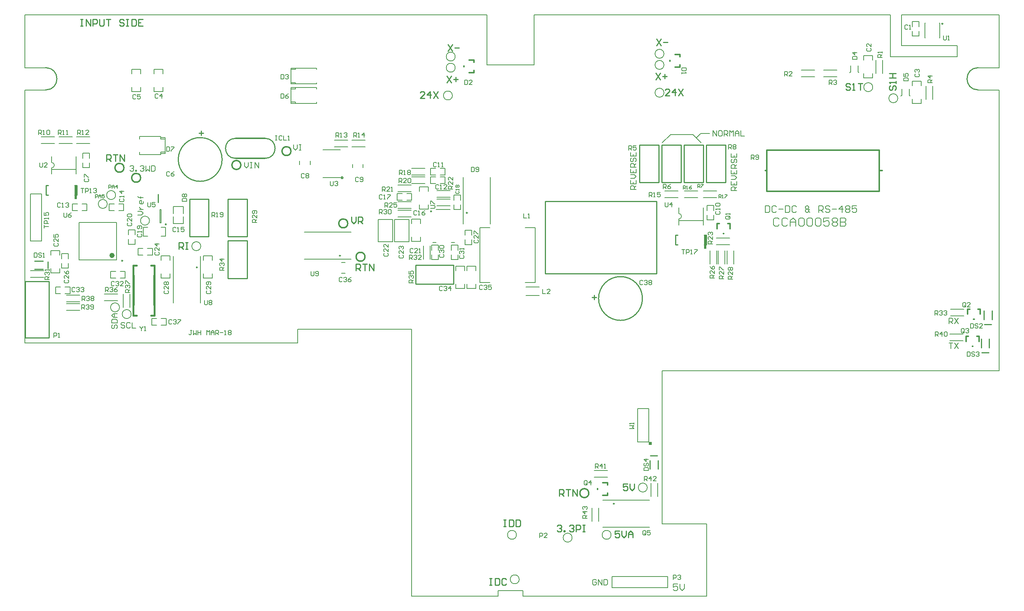
<source format=gto>
G04 Layer_Color=65535*
%FSLAX25Y25*%
%MOIN*%
G70*
G01*
G75*
%ADD51C,0.01000*%
%ADD53C,0.01500*%
%ADD56C,0.00800*%
%ADD99C,0.00787*%
%ADD100C,0.00984*%
%ADD101C,0.01200*%
%ADD102C,0.00700*%
%ADD103C,0.02362*%
%ADD104C,0.00500*%
%ADD105R,0.01968X0.11937*%
%ADD106R,0.02500X0.02500*%
D51*
X228256Y133579D02*
G03*
X228256Y133579I-847J0D01*
G01*
X131750Y169000D02*
G03*
X131750Y151000I0J-9000D01*
G01*
X158250Y150986D02*
G03*
X158250Y169014I0J9014D01*
G01*
X526845Y73419D02*
X528813D01*
X526845D02*
Y82081D01*
X528813D01*
X552435Y73419D02*
X554403D01*
Y82081D01*
X552435D02*
X554403D01*
X801457Y-19311D02*
Y-11437D01*
X808543Y-19311D02*
Y-11437D01*
X801850Y-23642D02*
X808150D01*
X293600Y37900D02*
Y55100D01*
X327400Y37900D02*
Y55100D01*
X293600Y37900D02*
X327400D01*
X293600Y55100D02*
X327400D01*
X124900Y43100D02*
X142100D01*
X124900Y76900D02*
X142100D01*
Y43100D02*
Y76900D01*
X124900Y43100D02*
Y76900D01*
X803957Y6063D02*
Y13937D01*
X811043Y6063D02*
Y13937D01*
X804350Y1732D02*
X810650D01*
X90400Y80700D02*
Y114500D01*
X107600Y80700D02*
Y114500D01*
X90400D02*
X107600D01*
X90400Y80700D02*
X107600D01*
X551850Y129350D02*
Y163150D01*
X534650Y129350D02*
Y163150D01*
Y129350D02*
X551850D01*
X534650Y163150D02*
X551850D01*
X571850Y129350D02*
Y163150D01*
X554650Y129350D02*
Y163150D01*
Y129350D02*
X571850D01*
X554650Y163150D02*
X571850D01*
X511850Y129350D02*
Y163150D01*
X494650Y129350D02*
Y163150D01*
Y129350D02*
X511850D01*
X494650Y163150D02*
X511850D01*
X-38405Y118169D02*
X-36437D01*
X-38405D02*
Y126831D01*
X-36437D01*
X-12815Y118169D02*
X-10847D01*
Y126831D01*
X-12815D02*
X-10847D01*
X531850Y129350D02*
Y163150D01*
X514650Y129350D02*
Y163150D01*
Y129350D02*
X531850D01*
X514650Y163150D02*
X531850D01*
X-57028Y-10197D02*
Y40197D01*
X-35768D01*
X-57028Y-10197D02*
X-35768D01*
Y40197D01*
X-48937Y51457D02*
X-41063D01*
X-48937Y58543D02*
X-41063D01*
X-36732Y51850D02*
Y58150D01*
X62279Y111457D02*
Y118543D01*
X504350Y-116232D02*
X510650D01*
X503957Y-128437D02*
Y-120563D01*
X511043Y-128437D02*
Y-120563D01*
X124900Y80600D02*
X142100D01*
X124900Y114400D02*
X142100D01*
Y80600D02*
Y114400D01*
X124900Y80600D02*
Y114400D01*
X410000Y47500D02*
Y112500D01*
X510000D01*
Y47500D02*
Y112500D01*
X410000Y47500D02*
X510000D01*
X236000Y98498D02*
Y94499D01*
X237999Y92500D01*
X239999Y94499D01*
Y98498D01*
X241998Y92500D02*
Y98498D01*
X244997D01*
X245997Y97498D01*
Y95499D01*
X244997Y94499D01*
X241998D01*
X243997D02*
X245997Y92500D01*
X240000Y50000D02*
Y55998D01*
X242999D01*
X243999Y54998D01*
Y52999D01*
X242999Y51999D01*
X240000D01*
X241999D02*
X243999Y50000D01*
X245998Y55998D02*
X249997D01*
X247997D01*
Y50000D01*
X251996D02*
Y55998D01*
X255995Y50000D01*
Y55998D01*
X16000Y148500D02*
Y154498D01*
X18999D01*
X19999Y153498D01*
Y151499D01*
X18999Y150499D01*
X16000D01*
X17999D02*
X19999Y148500D01*
X21998Y154498D02*
X25997D01*
X23997D01*
Y148500D01*
X27996D02*
Y154498D01*
X31995Y148500D01*
Y154498D01*
X422500Y-152500D02*
Y-146502D01*
X425499D01*
X426499Y-147502D01*
Y-149501D01*
X425499Y-150501D01*
X422500D01*
X424499D02*
X426499Y-152500D01*
X428498Y-146502D02*
X432497D01*
X430497D01*
Y-152500D01*
X434496D02*
Y-146502D01*
X438495Y-152500D01*
Y-146502D01*
X81000Y69500D02*
Y75498D01*
X83999D01*
X84999Y74498D01*
Y72499D01*
X83999Y71499D01*
X81000D01*
X82999D02*
X84999Y69500D01*
X86998Y75498D02*
X88997D01*
X87998D01*
Y69500D01*
X86998D01*
X88997D01*
X476499Y-184002D02*
X472500D01*
Y-187001D01*
X474499Y-186001D01*
X475499D01*
X476499Y-187001D01*
Y-189000D01*
X475499Y-190000D01*
X473500D01*
X472500Y-189000D01*
X478498Y-184002D02*
Y-188001D01*
X480497Y-190000D01*
X482497Y-188001D01*
Y-184002D01*
X484496Y-190000D02*
Y-186001D01*
X486495Y-184002D01*
X488495Y-186001D01*
Y-190000D01*
Y-187001D01*
X484496D01*
X483999Y-141502D02*
X480000D01*
Y-144501D01*
X481999Y-143501D01*
X482999D01*
X483999Y-144501D01*
Y-146500D01*
X482999Y-147500D01*
X481000D01*
X480000Y-146500D01*
X485998Y-141502D02*
Y-145501D01*
X487997Y-147500D01*
X489997Y-145501D01*
Y-141502D01*
X521499Y207500D02*
X517500D01*
X521499Y211499D01*
Y212498D01*
X520499Y213498D01*
X518500D01*
X517500Y212498D01*
X526497Y207500D02*
Y213498D01*
X523498Y210499D01*
X527497D01*
X529496Y213498D02*
X533495Y207500D01*
Y213498D02*
X529496Y207500D01*
X509150Y227648D02*
X513149Y221650D01*
Y227648D02*
X509150Y221650D01*
X515148Y224649D02*
X519147D01*
X517147Y226648D02*
Y222650D01*
X510000Y258498D02*
X513999Y252500D01*
Y258498D02*
X510000Y252500D01*
X515998Y255499D02*
X519997D01*
X372500Y-174002D02*
X374499D01*
X373500D01*
Y-180000D01*
X372500D01*
X374499D01*
X377498Y-174002D02*
Y-180000D01*
X380497D01*
X381497Y-179000D01*
Y-175002D01*
X380497Y-174002D01*
X377498D01*
X383496D02*
Y-180000D01*
X386495D01*
X387495Y-179000D01*
Y-175002D01*
X386495Y-174002D01*
X383496D01*
X360000Y-226502D02*
X361999D01*
X361000D01*
Y-232500D01*
X360000D01*
X361999D01*
X364998Y-226502D02*
Y-232500D01*
X367997D01*
X368997Y-231500D01*
Y-227502D01*
X367997Y-226502D01*
X364998D01*
X374995Y-227502D02*
X373995Y-226502D01*
X371996D01*
X370996Y-227502D01*
Y-231500D01*
X371996Y-232500D01*
X373995D01*
X374995Y-231500D01*
X720002Y216499D02*
X719002Y215499D01*
Y213500D01*
X720002Y212500D01*
X721001D01*
X722001Y213500D01*
Y215499D01*
X723001Y216499D01*
X724000D01*
X725000Y215499D01*
Y213500D01*
X724000Y212500D01*
X725000Y218498D02*
Y220497D01*
Y219498D01*
X719002D01*
X720002Y218498D01*
X719002Y223496D02*
X725000D01*
X722001D01*
Y227495D01*
X719002D01*
X725000D01*
X683999Y217498D02*
X682999Y218498D01*
X681000D01*
X680000Y217498D01*
Y216499D01*
X681000Y215499D01*
X682999D01*
X683999Y214499D01*
Y213500D01*
X682999Y212500D01*
X681000D01*
X680000Y213500D01*
X685998Y212500D02*
X687997D01*
X686998D01*
Y218498D01*
X685998Y217498D01*
X690996Y218498D02*
X694995D01*
X692996D01*
Y212500D01*
X301499Y205000D02*
X297500D01*
X301499Y208999D01*
Y209998D01*
X300499Y210998D01*
X298500D01*
X297500Y209998D01*
X306497Y205000D02*
Y210998D01*
X303498Y207999D01*
X307497D01*
X309496Y210998D02*
X313495Y205000D01*
Y210998D02*
X309496Y205000D01*
X321650Y225148D02*
X325649Y219150D01*
Y225148D02*
X321650Y219150D01*
X327648Y222149D02*
X331647D01*
X329647Y224148D02*
Y220150D01*
X322500Y253498D02*
X326499Y247500D01*
Y253498D02*
X322500Y247500D01*
X328498Y250499D02*
X332497D01*
X420500Y-179502D02*
X421500Y-178502D01*
X423499D01*
X424499Y-179502D01*
Y-180501D01*
X423499Y-181501D01*
X422499D01*
X423499D01*
X424499Y-182501D01*
Y-183500D01*
X423499Y-184500D01*
X421500D01*
X420500Y-183500D01*
X426498Y-184500D02*
Y-183500D01*
X427498D01*
Y-184500D01*
X426498D01*
X431496Y-179502D02*
X432496Y-178502D01*
X434495D01*
X435495Y-179502D01*
Y-180501D01*
X434495Y-181501D01*
X433496D01*
X434495D01*
X435495Y-182501D01*
Y-183500D01*
X434495Y-184500D01*
X432496D01*
X431496Y-183500D01*
X437495Y-184500D02*
Y-178502D01*
X440493D01*
X441493Y-179502D01*
Y-181501D01*
X440493Y-182501D01*
X437495D01*
X443493Y-178502D02*
X445492D01*
X444492D01*
Y-184500D01*
X443493D01*
X445492D01*
X451909Y26030D02*
X455908D01*
X453909Y28030D02*
Y24031D01*
X-7500Y275998D02*
X-5501D01*
X-6500D01*
Y270000D01*
X-7500D01*
X-5501D01*
X-2502D02*
Y275998D01*
X1497Y270000D01*
Y275998D01*
X3496Y270000D02*
Y275998D01*
X6496D01*
X7495Y274998D01*
Y272999D01*
X6496Y271999D01*
X3496D01*
X9494Y275998D02*
Y271000D01*
X10494Y270000D01*
X12494D01*
X13493Y271000D01*
Y275998D01*
X15493D02*
X19491D01*
X17492D01*
Y270000D01*
X31487Y274998D02*
X30488Y275998D01*
X28488D01*
X27489Y274998D01*
Y273999D01*
X28488Y272999D01*
X30488D01*
X31487Y271999D01*
Y271000D01*
X30488Y270000D01*
X28488D01*
X27489Y271000D01*
X33487Y275998D02*
X35486D01*
X34486D01*
Y270000D01*
X33487D01*
X35486D01*
X38485Y275998D02*
Y270000D01*
X41484D01*
X42484Y271000D01*
Y274998D01*
X41484Y275998D01*
X38485D01*
X48482D02*
X44483D01*
Y270000D01*
X48482D01*
X44483Y272999D02*
X46483D01*
X101031Y175591D02*
Y171592D01*
X103030Y173591D02*
X99031D01*
X-38700Y212500D02*
G03*
X-38700Y232500I0J10000D01*
G01*
X798700D02*
G03*
X798700Y212500I0J-10000D01*
G01*
D53*
X40000Y9800D02*
Y54800D01*
Y9800D02*
X43000D01*
X40000Y54800D02*
X43000D01*
X56000Y9800D02*
X59000D01*
X56000Y54800D02*
X59000D01*
Y9800D02*
Y54800D01*
D56*
X182008Y201594D02*
X185551D01*
X181614Y213405D02*
X185551D01*
X181614Y214587D02*
X185551D01*
X181614Y200413D02*
Y214587D01*
Y200413D02*
X185551D01*
X204449D02*
Y201594D01*
X185551Y200413D02*
X204449D01*
X185551D02*
Y201594D01*
Y213405D02*
Y214587D01*
X204449D01*
Y213405D02*
Y214587D01*
X329500Y54000D02*
X337500D01*
X329500Y50000D02*
Y54000D01*
X337500Y50000D02*
Y54000D01*
X329500Y34000D02*
X337500D01*
X329500D02*
Y38000D01*
X337500Y34000D02*
Y38000D01*
X236347Y167500D02*
X248346D01*
X236347Y161500D02*
X248346D01*
X26847Y104000D02*
X31346D01*
X26847Y110000D02*
X31346D01*
Y104000D02*
Y110000D01*
X18347Y104000D02*
Y110000D01*
Y104000D02*
X22847D01*
X18347Y110000D02*
X22847D01*
X65000Y1000D02*
X69500D01*
X65000Y7000D02*
X69500D01*
Y1000D02*
Y7000D01*
X56500Y1000D02*
Y7000D01*
Y1000D02*
X61000D01*
X56500Y7000D02*
X61000D01*
X52653Y64000D02*
X57153D01*
X52653Y70000D02*
X57153D01*
Y64000D02*
Y70000D01*
X44154Y64000D02*
Y70000D01*
Y64000D02*
X48654D01*
X44154Y70000D02*
X48654D01*
X103000Y63500D02*
X111000D01*
X103000Y59500D02*
Y63500D01*
X111000Y59500D02*
Y63500D01*
X103000Y43500D02*
X111000D01*
X103000D02*
Y47500D01*
X111000Y43500D02*
Y47500D01*
X65000Y63500D02*
X73000D01*
X65000Y59500D02*
Y63500D01*
X73000Y59500D02*
Y63500D01*
X65000Y43500D02*
X73000D01*
X65000D02*
Y47500D01*
X73000Y43500D02*
Y47500D01*
X58500Y211000D02*
X66500D01*
Y215000D01*
X58500Y211000D02*
Y215000D01*
Y231000D02*
X66500D01*
Y227000D02*
Y231000D01*
X58500Y227000D02*
Y231000D01*
X38500Y211000D02*
X46500D01*
Y215000D01*
X38500Y211000D02*
Y215000D01*
Y231000D02*
X46500D01*
Y227000D02*
Y231000D01*
X38500Y227000D02*
Y231000D01*
X555250Y95596D02*
Y100096D01*
X561250Y95596D02*
Y100096D01*
X555250Y95596D02*
X561250D01*
X555250Y108597D02*
X561250D01*
X555250Y104096D02*
Y108597D01*
X561250Y104096D02*
Y108597D01*
X739500Y200500D02*
X747500D01*
Y204500D01*
X739500Y200500D02*
Y204500D01*
Y220500D02*
X747500D01*
Y216500D02*
Y220500D01*
X739500Y216500D02*
Y220500D01*
X-34000Y68000D02*
X-26000D01*
X-34000Y64000D02*
Y68000D01*
X-26000Y64000D02*
Y68000D01*
X-34000Y48000D02*
X-26000D01*
X-34000D02*
Y52000D01*
X-26000Y48000D02*
Y52000D01*
X-14653Y110000D02*
X-10153D01*
X-14653Y104000D02*
X-10153D01*
X-14653D02*
Y110000D01*
X-1654Y104000D02*
Y110000D01*
X-6154D02*
X-1654D01*
X-6154Y104000D02*
X-1654D01*
X-24500Y52346D02*
Y56846D01*
X-18500Y52346D02*
Y56846D01*
X-24500Y52346D02*
X-18500D01*
X-24500Y65346D02*
X-18500D01*
X-24500Y60847D02*
Y65346D01*
X-18500Y60847D02*
Y65346D01*
X28153Y43500D02*
X32653D01*
X28153Y49500D02*
X32653D01*
Y43500D02*
Y49500D01*
X19654Y43500D02*
Y49500D01*
Y43500D02*
X24153D01*
X19654Y49500D02*
X24153D01*
X696000Y223500D02*
X704000D01*
Y227500D01*
X696000Y223500D02*
Y227500D01*
Y243500D02*
X704000D01*
Y239500D02*
Y243500D01*
X696000Y239500D02*
Y243500D01*
X-5500Y142654D02*
Y147153D01*
X500Y142654D02*
Y147153D01*
X-5500Y142654D02*
X500D01*
X-5500Y155654D02*
X500D01*
X-5500Y151154D02*
Y155654D01*
X500Y151154D02*
Y155654D01*
X41500Y82346D02*
Y86847D01*
X35500Y82346D02*
Y86847D01*
X41500D01*
X35500Y73847D02*
X41500D01*
Y78347D01*
X35500Y73847D02*
Y78347D01*
X-29846Y35500D02*
X-25346D01*
X-29846Y29500D02*
X-25346D01*
X-29846D02*
Y35500D01*
X-16846Y29500D02*
Y35500D01*
X-21346D02*
X-16846D01*
X-21346Y29500D02*
X-16846D01*
X220500Y167500D02*
X232500D01*
X220500Y161500D02*
X232500D01*
X511000Y-153000D02*
Y-141000D01*
X505000Y-153000D02*
Y-141000D01*
X452000Y-175154D02*
Y-163154D01*
X458000Y-175154D02*
Y-163154D01*
X454000Y-135500D02*
X466000D01*
X454000Y-129500D02*
X466000D01*
X551903Y121750D02*
X563904D01*
X551903Y115750D02*
X563904D01*
X534750Y121750D02*
X546750D01*
X534750Y115750D02*
X546750D01*
X517250Y121750D02*
X529250D01*
X517250Y115750D02*
X529250D01*
X573250Y56097D02*
Y68097D01*
X579250Y56097D02*
Y68097D01*
X565250Y56097D02*
Y68097D01*
X571250Y56097D02*
Y68097D01*
X557750Y56097D02*
Y68097D01*
X563750Y56097D02*
Y68097D01*
X563596Y73250D02*
X575597D01*
X563596Y79250D02*
X575597D01*
X773153Y-13000D02*
X785153D01*
X773153Y-7000D02*
X785153D01*
X774000Y9500D02*
X786000D01*
X774000Y15500D02*
X786000D01*
X639847Y224500D02*
X651847D01*
X639847Y230500D02*
X651847D01*
X758000Y204000D02*
Y216000D01*
X752000Y204000D02*
Y216000D01*
X659846Y224500D02*
X671846D01*
X659846Y230500D02*
X671846D01*
X713000Y227346D02*
Y239347D01*
X707000Y227346D02*
Y239347D01*
X31000Y17000D02*
Y29000D01*
X37000Y17000D02*
Y29000D01*
X14000D02*
X26000D01*
X14000Y23000D02*
X26000D01*
X-11000Y170500D02*
X1000D01*
X-11000Y164500D02*
X1000D01*
X-52500Y44000D02*
X-40500D01*
X-52500Y50000D02*
X-40500D01*
X-26847Y170500D02*
X-14846D01*
X-26847Y164500D02*
X-14846D01*
X-42654Y170500D02*
X-30654D01*
X-42654Y164500D02*
X-30654D01*
X-20154Y28000D02*
X-8153D01*
X-20154Y22000D02*
X-8153D01*
X338000Y73500D02*
Y78000D01*
X344000Y73500D02*
Y78000D01*
X338000Y73500D02*
X344000D01*
X338000Y86500D02*
X344000D01*
X338000Y82000D02*
Y86500D01*
X344000Y82000D02*
Y86500D01*
X300500Y60500D02*
Y72500D01*
X306500Y60500D02*
Y72500D01*
X328000Y105000D02*
Y109500D01*
X334000Y105000D02*
Y109500D01*
X328000Y105000D02*
X334000D01*
X328000Y118000D02*
X334000D01*
X328000Y113500D02*
Y118000D01*
X334000Y113500D02*
Y118000D01*
X277500Y98500D02*
X289500D01*
X277500Y104500D02*
X289500D01*
X312500Y108500D02*
X324500D01*
X312500Y114500D02*
X324500D01*
X277500Y112000D02*
X289500D01*
X277500Y106000D02*
X289500D01*
X312500Y122000D02*
X324500D01*
X312500Y116000D02*
X324500D01*
X314000Y68500D02*
Y73000D01*
X308000Y68500D02*
Y73000D01*
X314000D01*
X308000Y60000D02*
X314000D01*
Y64500D01*
X308000Y60000D02*
Y64500D01*
X277500Y121000D02*
X289500D01*
X277500Y127000D02*
X289500D01*
X315500Y128500D02*
X320000D01*
X315500Y134500D02*
X320000D01*
Y128500D02*
Y134500D01*
X307000Y128500D02*
Y134500D01*
Y128500D02*
X311500D01*
X307000Y134500D02*
X311500D01*
X331500Y68500D02*
Y73000D01*
X325500Y68500D02*
Y73000D01*
X331500D01*
X325500Y60000D02*
X331500D01*
Y64500D01*
X325500Y60000D02*
Y64500D01*
X285500Y113500D02*
X290000D01*
X285500Y119500D02*
X290000D01*
Y113500D02*
Y119500D01*
X277000Y113500D02*
Y119500D01*
Y113500D02*
X281500D01*
X277000Y119500D02*
X281500D01*
X290000Y134500D02*
X302000D01*
X290000Y128500D02*
X302000D01*
X315500Y136000D02*
X320000D01*
X315500Y142000D02*
X320000D01*
Y136000D02*
Y142000D01*
X307000Y136000D02*
Y142000D01*
Y136000D02*
X311500D01*
X307000Y142000D02*
X311500D01*
X339500Y54000D02*
X347500D01*
X339500Y50000D02*
Y54000D01*
X347500Y50000D02*
Y54000D01*
X339500Y34000D02*
X347500D01*
X339500D02*
Y38000D01*
X347500Y34000D02*
Y38000D01*
X290000Y142000D02*
X302000D01*
X290000Y136000D02*
X302000D01*
X739500Y261000D02*
Y265500D01*
X745500Y261000D02*
Y265500D01*
X739500Y261000D02*
X745500D01*
X739500Y274000D02*
X745500D01*
X739500Y269500D02*
Y274000D01*
X745500Y269500D02*
Y274000D01*
X222000Y133579D02*
X226031D01*
X210283D02*
X220657D01*
X222000D01*
X-45531Y119059D02*
X-42579D01*
X-52426D02*
X-42579D01*
X-52426Y76571D02*
Y119059D01*
Y76571D02*
X-42579D01*
Y119059D01*
X-20154Y20500D02*
X-8153D01*
X-20154Y14500D02*
X-8153D01*
X68910Y81000D02*
Y89000D01*
X64909D02*
X68910D01*
X64909Y81000D02*
X68910D01*
X48909D02*
Y89000D01*
X52909D01*
X48909Y81000D02*
X52909D01*
X76010Y92460D02*
X84809D01*
X76010D02*
Y98760D01*
X84809Y92460D02*
Y98760D01*
X76010Y107560D02*
X84809D01*
Y101185D02*
Y107560D01*
X76010Y101185D02*
Y107560D01*
X182008Y219094D02*
X185551D01*
X181614Y230906D02*
X185551D01*
X181614Y232087D02*
X185551D01*
X181614Y217913D02*
Y232087D01*
Y217913D02*
X185551D01*
X204449D02*
Y219094D01*
X185551Y217913D02*
X204449D01*
X185551D02*
Y219094D01*
Y230906D02*
Y232087D01*
X204449D01*
Y230906D02*
Y232087D01*
X64449Y168405D02*
X67992D01*
X64449Y156595D02*
X68386D01*
X64449Y155413D02*
X68386D01*
Y169587D01*
X64449D02*
X68386D01*
X45551Y168405D02*
Y170768D01*
X64449D01*
Y168405D02*
Y170768D01*
Y154232D02*
Y156595D01*
X45551Y154232D02*
X64449D01*
X45551D02*
Y156595D01*
X297000Y105500D02*
X305000D01*
Y109500D01*
X297000Y105500D02*
Y109500D01*
Y125500D02*
X305000D01*
Y121500D02*
Y125500D01*
X297000Y121500D02*
Y125500D01*
X298000Y76500D02*
Y80500D01*
X290000Y76500D02*
Y80500D01*
Y76500D02*
X298000D01*
Y92500D02*
Y96500D01*
X290000Y92500D02*
Y96500D01*
X298000D01*
X392460Y27600D02*
X404560D01*
X392460Y35400D02*
X404560D01*
X498000Y-104000D02*
X503000D01*
Y-74000D01*
X493000D02*
X503000D01*
X493000Y-104000D02*
Y-74000D01*
Y-104000D02*
X498000D01*
X515000Y165000D02*
X522500Y172500D01*
X542500D01*
X550000Y165000D01*
X545500Y169500D02*
X549500Y173500D01*
X557500D01*
X400000Y280000D02*
X720000D01*
Y242500D02*
Y280000D01*
Y242500D02*
X780000D01*
Y252500D01*
X730000D02*
X780000D01*
X730000D02*
Y280000D01*
X817500D01*
X390000Y-242500D02*
X555000D01*
X390000D02*
Y-237500D01*
X367500D02*
X390000D01*
X367500Y-240000D02*
Y-237500D01*
Y-242500D02*
Y-240000D01*
X290000Y-242500D02*
X367500D01*
X-57500Y280000D02*
X357500D01*
Y235000D02*
Y280000D01*
Y235000D02*
X400000D01*
Y280000D01*
X555000Y-242500D02*
Y-177500D01*
X290000Y-242500D02*
Y-2500D01*
X515000Y-177500D02*
X555000D01*
X515000D02*
Y-40000D01*
X-57500Y-15000D02*
X187500D01*
Y-2500D01*
X290000D01*
X-57500Y232500D02*
Y280000D01*
Y232500D02*
X-38700D01*
X-57500Y212500D02*
X-38700D01*
X-57500Y-15000D02*
Y212500D01*
X798700D02*
X817500D01*
X798700Y232500D02*
X817500D01*
X515000Y-40000D02*
X817500D01*
Y212500D01*
Y232500D02*
Y280000D01*
D99*
X529726Y96408D02*
G03*
X529726Y101408I0J2500D01*
G01*
X-33524Y142342D02*
G03*
X-33524Y147343I0J2500D01*
G01*
X529726Y91034D02*
Y96408D01*
X551774Y91034D02*
Y106781D01*
X529726Y101408D02*
Y106781D01*
Y95065D02*
X551774D01*
X730154Y207807D02*
Y213319D01*
X736846Y207807D02*
Y213319D01*
X729366Y207020D02*
X730154Y207807D01*
X736846D02*
X737634Y207020D01*
X274520Y96035D02*
X287480D01*
X274520Y75988D02*
X287480D01*
X274520D02*
Y96035D01*
X287480Y75988D02*
Y96035D01*
X236776Y142610D02*
Y145760D01*
X246224Y142610D02*
Y145760D01*
X189276Y145425D02*
Y148575D01*
X198724Y145425D02*
Y148575D01*
X763799Y272693D02*
X764193D01*
Y265409D02*
Y272693D01*
X750807D02*
X751201D01*
X750807Y265409D02*
Y272693D01*
Y259307D02*
Y266590D01*
Y259307D02*
X751201D01*
X763799D02*
X764193D01*
Y266590D01*
X63819Y92898D02*
Y105102D01*
X65000Y92898D02*
Y105102D01*
X63819D02*
X65000D01*
X63819Y92898D02*
X65000D01*
X-33524Y136969D02*
Y142342D01*
X-11476Y136969D02*
Y152717D01*
X-33524Y147343D02*
Y152717D01*
Y141000D02*
X-11476D01*
X75854Y20902D02*
Y63028D01*
X100146Y20902D02*
Y63028D01*
X210283Y158697D02*
X226031D01*
X461473Y-180646D02*
X503598D01*
X461473Y-156354D02*
X503598D01*
X690846Y228681D02*
X691634Y227894D01*
X683366D02*
X684154Y228681D01*
X690846D02*
Y234193D01*
X684154Y228681D02*
Y234193D01*
X226925Y57224D02*
X230075D01*
X226925Y47776D02*
X230075D01*
X260020Y96035D02*
X272980D01*
X260020Y75988D02*
X272980D01*
X260020D02*
Y96035D01*
X272980Y75988D02*
Y96035D01*
X360646Y91973D02*
Y134098D01*
X336354Y91973D02*
Y134098D01*
X351197Y39197D02*
Y88803D01*
Y39197D02*
X360252D01*
X351197Y88803D02*
X360252D01*
X351197D02*
X360252D01*
X351197Y39197D02*
X360252D01*
X351197D02*
Y88803D01*
X391748Y39197D02*
X400803D01*
X391748Y88803D02*
X400803D01*
Y39197D02*
Y88803D01*
X325402Y75500D02*
X328500D01*
X312000Y105000D02*
X324598D01*
X309000Y75500D02*
X311799Y75492D01*
X193402Y84646D02*
X235528D01*
X193402Y60354D02*
X235528D01*
X520000Y-235000D02*
Y-225000D01*
X470000Y-235000D02*
X520000D01*
X470000Y-225000D02*
X520000D01*
X470000Y-235000D02*
Y-225000D01*
X-8732Y93232D02*
X24732D01*
X-8732Y59768D02*
X24732D01*
X-8732D02*
Y93232D01*
X24732Y59768D02*
Y93232D01*
D100*
X497185Y25000D02*
G03*
X497185Y25000I-19685J0D01*
G01*
X766992Y272000D02*
G03*
X766992Y272000I-492J0D01*
G01*
X69626Y91716D02*
G03*
X69626Y91716I-492J0D01*
G01*
X97488Y52988D02*
G03*
X97488Y52988I-492J0D01*
G01*
X472004Y-159504D02*
G03*
X472004Y-159504I-492J0D01*
G01*
X119685Y150000D02*
G03*
X119685Y150000I-19685J0D01*
G01*
X339996Y102012D02*
G03*
X339996Y102012I-492J0D01*
G01*
X307772Y103370D02*
G03*
X307772Y103370I-492J0D01*
G01*
X225980Y63504D02*
G03*
X225980Y63504I-492J0D01*
G01*
X30343Y58980D02*
G03*
X30343Y58980I-492J0D01*
G01*
D101*
X46500Y133500D02*
G03*
X46500Y133500I-4000J0D01*
G01*
X248000Y62500D02*
G03*
X248000Y62500I-4000J0D01*
G01*
X31500Y142500D02*
G03*
X31500Y142500I-4000J0D01*
G01*
X136500Y145000D02*
G03*
X136500Y145000I-4000J0D01*
G01*
X181500Y157500D02*
G03*
X181500Y157500I-4000J0D01*
G01*
X449000Y-150000D02*
G03*
X449000Y-150000I-4000J0D01*
G01*
X232500Y92500D02*
G03*
X232500Y92500I-4000J0D01*
G01*
X466000Y-142500D02*
Y-140500D01*
X457000Y-146500D02*
Y-146000D01*
X466000Y-152000D02*
Y-150000D01*
X461500Y-140500D02*
X466000D01*
X461500Y-152000D02*
X466000D01*
X346000Y237500D02*
Y239500D01*
X337000Y233500D02*
Y234000D01*
X346000Y228000D02*
Y230000D01*
X341500Y239500D02*
X346000D01*
X341500Y228000D02*
X346000D01*
X564250Y92250D02*
X566250D01*
X569750Y83250D02*
X570250D01*
X573750Y92250D02*
X575750D01*
X564250Y87750D02*
Y92250D01*
X575750Y87750D02*
Y92250D01*
X788000Y-9000D02*
X790000D01*
X793500Y-18000D02*
X794000D01*
X797500Y-9000D02*
X799500D01*
X788000Y-13500D02*
Y-9000D01*
X799500Y-13500D02*
Y-9000D01*
X609000Y158500D02*
X710000D01*
Y121500D02*
Y158500D01*
X609000Y121500D02*
X710000D01*
Y140000D02*
X712500D01*
X607500D02*
X609000D01*
Y121500D02*
Y158500D01*
X789200Y15500D02*
X791200D01*
X794700Y6500D02*
X795200D01*
X798700Y15500D02*
X800700D01*
X789200Y11000D02*
Y15500D01*
X800700Y11000D02*
Y15500D01*
X131750Y151000D02*
X158250D01*
X131750Y169000D02*
X158250D01*
X526500Y233000D02*
X531000D01*
X526500Y244500D02*
X531000D01*
Y233000D02*
Y235000D01*
X522000Y238500D02*
Y239000D01*
X531000Y242500D02*
Y244500D01*
X40500Y19100D02*
Y45600D01*
X58500Y19100D02*
Y45600D01*
D102*
X100500Y72000D02*
G03*
X100500Y72000I-4000J0D01*
G01*
X469000Y-187500D02*
G03*
X469000Y-187500I-4000J0D01*
G01*
X501500Y-145000D02*
G03*
X501500Y-145000I-4000J0D01*
G01*
X516500Y210000D02*
G03*
X516500Y210000I-4000J0D01*
G01*
Y235000D02*
G03*
X516500Y235000I-4000J0D01*
G01*
Y245000D02*
G03*
X516500Y245000I-4000J0D01*
G01*
X384000Y-187500D02*
G03*
X384000Y-187500I-4000J0D01*
G01*
X386500Y-227500D02*
G03*
X386500Y-227500I-4000J0D01*
G01*
X726500Y205000D02*
G03*
X726500Y205000I-4000J0D01*
G01*
X704000Y215000D02*
G03*
X704000Y215000I-4000J0D01*
G01*
X24000Y118000D02*
G03*
X24000Y118000I-4000J0D01*
G01*
X16500Y110000D02*
G03*
X16500Y110000I-4000J0D01*
G01*
X38000Y11000D02*
G03*
X38000Y11000I-4000J0D01*
G01*
X27500Y17000D02*
G03*
X27500Y17000I-4000J0D01*
G01*
X326500Y207500D02*
G03*
X326500Y207500I-4000J0D01*
G01*
X329000Y232500D02*
G03*
X329000Y232500I-4000J0D01*
G01*
Y242500D02*
G03*
X329000Y242500I-4000J0D01*
G01*
X54409Y95000D02*
G03*
X54409Y95000I-4000J0D01*
G01*
X434000Y-190000D02*
G03*
X434000Y-190000I-4000J0D01*
G01*
X28168Y114666D02*
X27501Y113999D01*
Y112666D01*
X28168Y112000D01*
X30834D01*
X31500Y112666D01*
Y113999D01*
X30834Y114666D01*
X31500Y115999D02*
Y117332D01*
Y116665D01*
X27501D01*
X28168Y115999D01*
X31500Y121330D02*
X27501D01*
X29501Y119331D01*
Y121997D01*
X-22500Y101999D02*
Y98666D01*
X-21834Y98000D01*
X-20501D01*
X-19834Y98666D01*
Y101999D01*
X-15835D02*
X-17168Y101332D01*
X-18501Y99999D01*
Y98666D01*
X-17835Y98000D01*
X-16502D01*
X-15835Y98666D01*
Y99333D01*
X-16502Y99999D01*
X-18501D01*
X46000Y-1D02*
Y-668D01*
X47333Y-2001D01*
X48666Y-668D01*
Y-1D01*
X47333Y-2001D02*
Y-4000D01*
X49999D02*
X51332D01*
X50665D01*
Y-1D01*
X49999Y-668D01*
X485501Y-92000D02*
X489500D01*
X488167Y-90667D01*
X489500Y-89334D01*
X485501D01*
X489500Y-88001D02*
Y-86668D01*
Y-87335D01*
X485501D01*
X486168Y-88001D01*
X74666Y5332D02*
X73999Y5999D01*
X72666D01*
X72000Y5332D01*
Y2667D01*
X72666Y2000D01*
X73999D01*
X74666Y2667D01*
X75999Y5332D02*
X76665Y5999D01*
X77998D01*
X78664Y5332D01*
Y4666D01*
X77998Y3999D01*
X77332D01*
X77998D01*
X78664Y3333D01*
Y2667D01*
X77998Y2000D01*
X76665D01*
X75999Y2667D01*
X79997Y5999D02*
X82663D01*
Y5332D01*
X79997Y2667D01*
Y2000D01*
X59821Y66666D02*
X59155Y65999D01*
Y64666D01*
X59821Y64000D01*
X62487D01*
X63153Y64666D01*
Y65999D01*
X62487Y66666D01*
X63153Y70665D02*
Y67999D01*
X60488Y70665D01*
X59821D01*
X59155Y69998D01*
Y68665D01*
X59821Y67999D01*
X63153Y73997D02*
X59155D01*
X61154Y71997D01*
Y74663D01*
X337500Y221499D02*
Y217500D01*
X339499D01*
X340166Y218166D01*
Y220832D01*
X339499Y221499D01*
X337500D01*
X344164Y217500D02*
X341499D01*
X344164Y220166D01*
Y220832D01*
X343498Y221499D01*
X342165D01*
X341499Y220832D01*
X525000Y-227500D02*
Y-223501D01*
X526999D01*
X527666Y-224168D01*
Y-225501D01*
X526999Y-226167D01*
X525000D01*
X528999Y-224168D02*
X529665Y-223501D01*
X530998D01*
X531665Y-224168D01*
Y-224834D01*
X530998Y-225501D01*
X530332D01*
X530998D01*
X531665Y-226167D01*
Y-226834D01*
X530998Y-227500D01*
X529665D01*
X528999Y-226834D01*
X242166Y133332D02*
X241499Y133999D01*
X240166D01*
X239500Y133332D01*
Y130666D01*
X240166Y130000D01*
X241499D01*
X242166Y130666D01*
X243499D02*
X244165Y130000D01*
X245498D01*
X246164Y130666D01*
Y133332D01*
X245498Y133999D01*
X244165D01*
X243499Y133332D01*
Y132666D01*
X244165Y131999D01*
X246164D01*
X193666Y136832D02*
X192999Y137499D01*
X191666D01*
X191000Y136832D01*
Y134167D01*
X191666Y133500D01*
X192999D01*
X193666Y134167D01*
X194999Y136832D02*
X195665Y137499D01*
X196998D01*
X197664Y136832D01*
Y136166D01*
X196998Y135499D01*
X197664Y134833D01*
Y134167D01*
X196998Y133500D01*
X195665D01*
X194999Y134167D01*
Y134833D01*
X195665Y135499D01*
X194999Y136166D01*
Y136832D01*
X195665Y135499D02*
X196998D01*
X199500Y49499D02*
Y46166D01*
X200167Y45500D01*
X201499D01*
X202166Y46166D01*
Y49499D01*
X203499Y46166D02*
X204165Y45500D01*
X205498D01*
X206165Y46166D01*
Y48832D01*
X205498Y49499D01*
X204165D01*
X203499Y48832D01*
Y48166D01*
X204165Y47499D01*
X206165D01*
X121500Y50500D02*
X117501D01*
Y52499D01*
X118168Y53166D01*
X119501D01*
X120167Y52499D01*
Y50500D01*
Y51833D02*
X121500Y53166D01*
X118168Y54499D02*
X117501Y55165D01*
Y56498D01*
X118168Y57165D01*
X118834D01*
X119501Y56498D01*
Y55832D01*
Y56498D01*
X120167Y57165D01*
X120834D01*
X121500Y56498D01*
Y55165D01*
X120834Y54499D01*
X121500Y60497D02*
X117501D01*
X119501Y58497D01*
Y61163D01*
X151000Y93500D02*
X147001D01*
Y95499D01*
X147668Y96166D01*
X149001D01*
X149667Y95499D01*
Y93500D01*
Y94833D02*
X151000Y96166D01*
Y100164D02*
Y97499D01*
X148334Y100164D01*
X147668D01*
X147001Y99498D01*
Y98165D01*
X147668Y97499D01*
X150333Y101497D02*
X151000Y102164D01*
Y103497D01*
X150333Y104163D01*
X147668D01*
X147001Y103497D01*
Y102164D01*
X147668Y101497D01*
X148334D01*
X149001Y102164D01*
Y104163D01*
X307001Y106000D02*
X310334D01*
X311000Y106667D01*
Y107999D01*
X310334Y108666D01*
X307001D01*
Y109999D02*
Y112664D01*
X307668D01*
X310334Y109999D01*
X311000D01*
X37000Y143665D02*
X37833Y144498D01*
X39499D01*
X40332Y143665D01*
Y142832D01*
X39499Y141999D01*
X38666D01*
X39499D01*
X40332Y141166D01*
Y140333D01*
X39499Y139500D01*
X37833D01*
X37000Y140333D01*
X41998Y139500D02*
Y140333D01*
X42831D01*
Y139500D01*
X41998D01*
X46164Y143665D02*
X46997Y144498D01*
X48663D01*
X49496Y143665D01*
Y142832D01*
X48663Y141999D01*
X47830D01*
X48663D01*
X49496Y141166D01*
Y140333D01*
X48663Y139500D01*
X46997D01*
X46164Y140333D01*
X51162Y144498D02*
Y139500D01*
X52828Y141166D01*
X54494Y139500D01*
Y144498D01*
X56160D02*
Y139500D01*
X58660D01*
X59493Y140333D01*
Y143665D01*
X58660Y144498D01*
X56160D01*
X238000Y170000D02*
Y173999D01*
X239999D01*
X240666Y173332D01*
Y171999D01*
X239999Y171333D01*
X238000D01*
X239333D02*
X240666Y170000D01*
X241999D02*
X243332D01*
X242665D01*
Y173999D01*
X241999Y173332D01*
X247330Y170000D02*
Y173999D01*
X245331Y171999D01*
X247997D01*
X291500Y39000D02*
X287501D01*
Y40999D01*
X288168Y41666D01*
X289501D01*
X290167Y40999D01*
Y39000D01*
Y40333D02*
X291500Y41666D01*
X288168Y42999D02*
X287501Y43665D01*
Y44998D01*
X288168Y45665D01*
X288834D01*
X289501Y44998D01*
Y44332D01*
Y44998D01*
X290167Y45665D01*
X290834D01*
X291500Y44998D01*
Y43665D01*
X290834Y42999D01*
X287501Y49663D02*
Y46997D01*
X289501D01*
X288834Y48330D01*
Y48997D01*
X289501Y49663D01*
X290834D01*
X291500Y48997D01*
Y47664D01*
X290834Y46997D01*
X288000Y60000D02*
Y63999D01*
X289999D01*
X290666Y63332D01*
Y61999D01*
X289999Y61333D01*
X288000D01*
X289333D02*
X290666Y60000D01*
X291999Y63332D02*
X292665Y63999D01*
X293998D01*
X294665Y63332D01*
Y62666D01*
X293998Y61999D01*
X293332D01*
X293998D01*
X294665Y61333D01*
Y60666D01*
X293998Y60000D01*
X292665D01*
X291999Y60666D01*
X298663Y60000D02*
X295997D01*
X298663Y62666D01*
Y63332D01*
X297997Y63999D01*
X296664D01*
X295997Y63332D01*
X261000Y101000D02*
Y104999D01*
X262999D01*
X263666Y104332D01*
Y102999D01*
X262999Y102333D01*
X261000D01*
X262333D02*
X263666Y101000D01*
X264999Y104332D02*
X265665Y104999D01*
X266998D01*
X267665Y104332D01*
Y103666D01*
X266998Y102999D01*
X266332D01*
X266998D01*
X267665Y102333D01*
Y101666D01*
X266998Y101000D01*
X265665D01*
X264999Y101666D01*
X268997Y104332D02*
X269664Y104999D01*
X270997D01*
X271663Y104332D01*
Y101666D01*
X270997Y101000D01*
X269664D01*
X268997Y101666D01*
Y104332D01*
X266000Y107000D02*
Y110999D01*
X267999D01*
X268666Y110332D01*
Y108999D01*
X267999Y108333D01*
X266000D01*
X267333D02*
X268666Y107000D01*
X272664D02*
X269999D01*
X272664Y109666D01*
Y110332D01*
X271998Y110999D01*
X270665D01*
X269999Y110332D01*
X276663Y110999D02*
X273997D01*
Y108999D01*
X275330Y109666D01*
X275997D01*
X276663Y108999D01*
Y107667D01*
X275997Y107000D01*
X274664D01*
X273997Y107667D01*
X327000Y123500D02*
X323001D01*
Y125499D01*
X323668Y126166D01*
X325001D01*
X325667Y125499D01*
Y123500D01*
Y124833D02*
X327000Y126166D01*
Y130165D02*
Y127499D01*
X324334Y130165D01*
X323668D01*
X323001Y129498D01*
Y128165D01*
X323668Y127499D01*
X327000Y134163D02*
Y131497D01*
X324334Y134163D01*
X323668D01*
X323001Y133497D01*
Y132164D01*
X323668Y131497D01*
X263500Y121500D02*
Y125499D01*
X265499D01*
X266166Y124832D01*
Y123499D01*
X265499Y122833D01*
X263500D01*
X264833D02*
X266166Y121500D01*
X270164D02*
X267499D01*
X270164Y124166D01*
Y124832D01*
X269498Y125499D01*
X268165D01*
X267499Y124832D01*
X271497Y121500D02*
X272830D01*
X272164D01*
Y125499D01*
X271497Y124832D01*
X278500Y129000D02*
Y132999D01*
X280499D01*
X281166Y132332D01*
Y130999D01*
X280499Y130333D01*
X278500D01*
X279833D02*
X281166Y129000D01*
X285164D02*
X282499D01*
X285164Y131666D01*
Y132332D01*
X284498Y132999D01*
X283165D01*
X282499Y132332D01*
X286497D02*
X287164Y132999D01*
X288497D01*
X289163Y132332D01*
Y129666D01*
X288497Y129000D01*
X287164D01*
X286497Y129666D01*
Y132332D01*
X279000Y136500D02*
Y140499D01*
X280999D01*
X281666Y139832D01*
Y138499D01*
X280999Y137833D01*
X279000D01*
X280333D02*
X281666Y136500D01*
X282999D02*
X284332D01*
X283665D01*
Y140499D01*
X282999Y139832D01*
X286331D02*
X286997Y140499D01*
X288330D01*
X288997Y139832D01*
Y139166D01*
X288330Y138499D01*
X288997Y137833D01*
Y137167D01*
X288330Y136500D01*
X286997D01*
X286331Y137167D01*
Y137833D01*
X286997Y138499D01*
X286331Y139166D01*
Y139832D01*
X286997Y138499D02*
X288330D01*
X407500Y33499D02*
Y29500D01*
X410166D01*
X414164D02*
X411499D01*
X414164Y32166D01*
Y32832D01*
X413498Y33499D01*
X412165D01*
X411499Y32832D01*
X390500Y101499D02*
Y97500D01*
X393166D01*
X394499D02*
X395832D01*
X395165D01*
Y101499D01*
X394499Y100832D01*
X498501Y-129500D02*
X502500D01*
Y-127501D01*
X501834Y-126834D01*
X499168D01*
X498501Y-127501D01*
Y-129500D01*
X499168Y-122836D02*
X498501Y-123502D01*
Y-124835D01*
X499168Y-125501D01*
X499834D01*
X500501Y-124835D01*
Y-123502D01*
X501167Y-122836D01*
X501834D01*
X502500Y-123502D01*
Y-124835D01*
X501834Y-125501D01*
X502500Y-119503D02*
X498501D01*
X500501Y-121503D01*
Y-118837D01*
X343500Y142999D02*
Y139000D01*
X345499D01*
X346166Y139666D01*
Y142332D01*
X345499Y142999D01*
X343500D01*
X347499Y139666D02*
X348165Y139000D01*
X349498D01*
X350165Y139666D01*
Y142332D01*
X349498Y142999D01*
X348165D01*
X347499Y142332D01*
Y141666D01*
X348165Y140999D01*
X350165D01*
X317666Y35332D02*
X316999Y35999D01*
X315666D01*
X315000Y35332D01*
Y32666D01*
X315666Y32000D01*
X316999D01*
X317666Y32666D01*
X318999Y35332D02*
X319665Y35999D01*
X320998D01*
X321665Y35332D01*
Y34666D01*
X320998Y33999D01*
X320332D01*
X320998D01*
X321665Y33333D01*
Y32666D01*
X320998Y32000D01*
X319665D01*
X318999Y32666D01*
X324997Y32000D02*
Y35999D01*
X322997Y33999D01*
X325663D01*
X353666Y36332D02*
X352999Y36999D01*
X351666D01*
X351000Y36332D01*
Y33666D01*
X351666Y33000D01*
X352999D01*
X353666Y33666D01*
X354999Y36332D02*
X355665Y36999D01*
X356998D01*
X357664Y36332D01*
Y35666D01*
X356998Y34999D01*
X356332D01*
X356998D01*
X357664Y34333D01*
Y33666D01*
X356998Y33000D01*
X355665D01*
X354999Y33666D01*
X361663Y36999D02*
X358997D01*
Y34999D01*
X360330Y35666D01*
X360997D01*
X361663Y34999D01*
Y33666D01*
X360997Y33000D01*
X359664D01*
X358997Y33666D01*
X346668Y77666D02*
X346001Y76999D01*
Y75666D01*
X346668Y75000D01*
X349334D01*
X350000Y75666D01*
Y76999D01*
X349334Y77666D01*
X350000Y81665D02*
Y78999D01*
X347334Y81665D01*
X346668D01*
X346001Y80998D01*
Y79665D01*
X346668Y78999D01*
X346001Y82997D02*
Y85663D01*
X346668D01*
X349334Y82997D01*
X350000D01*
X333668Y63666D02*
X333001Y62999D01*
Y61666D01*
X333668Y61000D01*
X336334D01*
X337000Y61666D01*
Y62999D01*
X336334Y63666D01*
X333668Y64999D02*
X333001Y65665D01*
Y66998D01*
X333668Y67664D01*
X334334D01*
X335001Y66998D01*
Y66332D01*
Y66998D01*
X335667Y67664D01*
X336334D01*
X337000Y66998D01*
Y65665D01*
X336334Y64999D01*
X337000Y68997D02*
Y70330D01*
Y69664D01*
X333001D01*
X333668Y68997D01*
X315668Y64666D02*
X315001Y63999D01*
Y62666D01*
X315668Y62000D01*
X318334D01*
X319000Y62666D01*
Y63999D01*
X318334Y64666D01*
X315668Y65999D02*
X315001Y66665D01*
Y67998D01*
X315668Y68664D01*
X316334D01*
X317001Y67998D01*
Y67332D01*
Y67998D01*
X317667Y68664D01*
X318334D01*
X319000Y67998D01*
Y66665D01*
X318334Y65999D01*
X315668Y69997D02*
X315001Y70664D01*
Y71997D01*
X315668Y72663D01*
X318334D01*
X319000Y71997D01*
Y70664D01*
X318334Y69997D01*
X315668D01*
X497666Y40832D02*
X496999Y41499D01*
X495666D01*
X495000Y40832D01*
Y38166D01*
X495666Y37500D01*
X496999D01*
X497666Y38166D01*
X498999Y40832D02*
X499665Y41499D01*
X500998D01*
X501664Y40832D01*
Y40166D01*
X500998Y39499D01*
X500332D01*
X500998D01*
X501664Y38833D01*
Y38166D01*
X500998Y37500D01*
X499665D01*
X498999Y38166D01*
X502997Y40832D02*
X503664Y41499D01*
X504997D01*
X505663Y40832D01*
Y40166D01*
X504997Y39499D01*
X505663Y38833D01*
Y38166D01*
X504997Y37500D01*
X503664D01*
X502997Y38166D01*
Y38833D01*
X503664Y39499D01*
X502997Y40166D01*
Y40832D01*
X503664Y39499D02*
X504997D01*
X279168Y64166D02*
X278501Y63499D01*
Y62166D01*
X279168Y61500D01*
X281834D01*
X282500Y62166D01*
Y63499D01*
X281834Y64166D01*
X282500Y68164D02*
Y65499D01*
X279834Y68164D01*
X279168D01*
X278501Y67498D01*
Y66165D01*
X279168Y65499D01*
Y69497D02*
X278501Y70164D01*
Y71497D01*
X279168Y72163D01*
X279834D01*
X280501Y71497D01*
Y70830D01*
Y71497D01*
X281167Y72163D01*
X281834D01*
X282500Y71497D01*
Y70164D01*
X281834Y69497D01*
X265668Y65666D02*
X265001Y64999D01*
Y63666D01*
X265668Y63000D01*
X268334D01*
X269000Y63666D01*
Y64999D01*
X268334Y65666D01*
X269000Y69665D02*
Y66999D01*
X266334Y69665D01*
X265668D01*
X265001Y68998D01*
Y67665D01*
X265668Y66999D01*
X269000Y73663D02*
Y70997D01*
X266334Y73663D01*
X265668D01*
X265001Y72997D01*
Y71664D01*
X265668Y70997D01*
X291166Y69332D02*
X290499Y69999D01*
X289166D01*
X288500Y69332D01*
Y66666D01*
X289166Y66000D01*
X290499D01*
X291166Y66666D01*
X295164Y66000D02*
X292499D01*
X295164Y68666D01*
Y69332D01*
X294498Y69999D01*
X293165D01*
X292499Y69332D01*
X296497Y66000D02*
X297830D01*
X297164D01*
Y69999D01*
X296497Y69332D01*
X227666Y43332D02*
X226999Y43999D01*
X225666D01*
X225000Y43332D01*
Y40666D01*
X225666Y40000D01*
X226999D01*
X227666Y40666D01*
X228999Y43332D02*
X229665Y43999D01*
X230998D01*
X231664Y43332D01*
Y42666D01*
X230998Y41999D01*
X230332D01*
X230998D01*
X231664Y41333D01*
Y40666D01*
X230998Y40000D01*
X229665D01*
X228999Y40666D01*
X235663Y43999D02*
X234330Y43332D01*
X232997Y41999D01*
Y40666D01*
X233664Y40000D01*
X234997D01*
X235663Y40666D01*
Y41333D01*
X234997Y41999D01*
X232997D01*
X263666Y117832D02*
X262999Y118499D01*
X261666D01*
X261000Y117832D01*
Y115166D01*
X261666Y114500D01*
X262999D01*
X263666Y115166D01*
X264999Y114500D02*
X266332D01*
X265665D01*
Y118499D01*
X264999Y117832D01*
X268331Y118499D02*
X270997D01*
Y117832D01*
X268331Y115166D01*
Y114500D01*
X314166Y126832D02*
X313499Y127499D01*
X312166D01*
X311500Y126832D01*
Y124167D01*
X312166Y123500D01*
X313499D01*
X314166Y124167D01*
X315499Y123500D02*
X316832D01*
X316165D01*
Y127499D01*
X315499Y126832D01*
X321497Y123500D02*
X318831D01*
X321497Y126166D01*
Y126832D01*
X320830Y127499D01*
X319497D01*
X318831Y126832D01*
X312166Y146832D02*
X311499Y147499D01*
X310166D01*
X309500Y146832D01*
Y144167D01*
X310166Y143500D01*
X311499D01*
X312166Y144167D01*
X313499Y143500D02*
X314832D01*
X314165D01*
Y147499D01*
X313499Y146832D01*
X316831Y143500D02*
X318164D01*
X317497D01*
Y147499D01*
X316831Y146832D01*
X294666Y103332D02*
X293999Y103999D01*
X292666D01*
X292000Y103332D01*
Y100666D01*
X292666Y100000D01*
X293999D01*
X294666Y100666D01*
X295999Y100000D02*
X297332D01*
X296665D01*
Y103999D01*
X295999Y103332D01*
X301997Y103999D02*
X300664Y103332D01*
X299331Y101999D01*
Y100666D01*
X299997Y100000D01*
X301330D01*
X301997Y100666D01*
Y101333D01*
X301330Y101999D01*
X299331D01*
X172500Y208999D02*
Y205000D01*
X174499D01*
X175166Y205666D01*
Y208332D01*
X174499Y208999D01*
X172500D01*
X179165D02*
X177832Y208332D01*
X176499Y206999D01*
Y205666D01*
X177165Y205000D01*
X178498D01*
X179165Y205666D01*
Y206333D01*
X178498Y206999D01*
X176499D01*
X536499Y232500D02*
X532500D01*
Y230501D01*
X533166Y229834D01*
X535832D01*
X536499Y230501D01*
Y232500D01*
X532500Y228501D02*
Y227168D01*
Y227835D01*
X536499D01*
X535832Y228501D01*
X70000Y161499D02*
Y157500D01*
X71999D01*
X72666Y158167D01*
Y160832D01*
X71999Y161499D01*
X70000D01*
X73999D02*
X76665D01*
Y160832D01*
X73999Y158167D01*
Y157500D01*
X172500Y226499D02*
Y222500D01*
X174499D01*
X175166Y223166D01*
Y225832D01*
X174499Y226499D01*
X172500D01*
X176499Y225832D02*
X177165Y226499D01*
X178498D01*
X179165Y225832D01*
Y225166D01*
X178498Y224499D01*
X177832D01*
X178498D01*
X179165Y223833D01*
Y223166D01*
X178498Y222500D01*
X177165D01*
X176499Y223166D01*
X732001Y220563D02*
X736000D01*
Y222562D01*
X735334Y223229D01*
X732668D01*
X732001Y222562D01*
Y220563D01*
Y227227D02*
Y224562D01*
X734001D01*
X733334Y225895D01*
Y226561D01*
X734001Y227227D01*
X735334D01*
X736000Y226561D01*
Y225228D01*
X735334Y224562D01*
X140000Y147498D02*
Y144166D01*
X141666Y142500D01*
X143332Y144166D01*
Y147498D01*
X144998D02*
X146665D01*
X145831D01*
Y142500D01*
X144998D01*
X146665D01*
X149164D02*
Y147498D01*
X152496Y142500D01*
Y147498D01*
X184000Y163498D02*
Y160166D01*
X185666Y158500D01*
X187332Y160166D01*
Y163498D01*
X188998D02*
X190665D01*
X189831D01*
Y158500D01*
X188998D01*
X190665D01*
X72666Y138332D02*
X71999Y138999D01*
X70666D01*
X70000Y138332D01*
Y135667D01*
X70666Y135000D01*
X71999D01*
X72666Y135667D01*
X76665Y138999D02*
X75332Y138332D01*
X73999Y136999D01*
Y135667D01*
X74665Y135000D01*
X75998D01*
X76665Y135667D01*
Y136333D01*
X75998Y136999D01*
X73999D01*
X106168Y32166D02*
X105501Y31499D01*
Y30166D01*
X106168Y29500D01*
X108834D01*
X109500Y30166D01*
Y31499D01*
X108834Y32166D01*
X109500Y36165D02*
Y33499D01*
X106834Y36165D01*
X106168D01*
X105501Y35498D01*
Y34165D01*
X106168Y33499D01*
X108834Y37497D02*
X109500Y38164D01*
Y39497D01*
X108834Y40163D01*
X106168D01*
X105501Y39497D01*
Y38164D01*
X106168Y37497D01*
X106834D01*
X107501Y38164D01*
Y40163D01*
X68168Y32166D02*
X67501Y31499D01*
Y30166D01*
X68168Y29500D01*
X70834D01*
X71500Y30166D01*
Y31499D01*
X70834Y32166D01*
X71500Y36165D02*
Y33499D01*
X68834Y36165D01*
X68168D01*
X67501Y35498D01*
Y34165D01*
X68168Y33499D01*
Y37497D02*
X67501Y38164D01*
Y39497D01*
X68168Y40163D01*
X68834D01*
X69501Y39497D01*
X70167Y40163D01*
X70834D01*
X71500Y39497D01*
Y38164D01*
X70834Y37497D01*
X70167D01*
X69501Y38164D01*
X68834Y37497D01*
X68168D01*
X69501Y38164D02*
Y39497D01*
X62166Y208332D02*
X61499Y208999D01*
X60166D01*
X59500Y208332D01*
Y205666D01*
X60166Y205000D01*
X61499D01*
X62166Y205666D01*
X65498Y205000D02*
Y208999D01*
X63499Y206999D01*
X66164D01*
X42166Y207832D02*
X41499Y208499D01*
X40166D01*
X39500Y207832D01*
Y205166D01*
X40166Y204500D01*
X41499D01*
X42166Y205166D01*
X46165Y208499D02*
X43499D01*
Y206499D01*
X44832Y207166D01*
X45498D01*
X46165Y206499D01*
Y205166D01*
X45498Y204500D01*
X44165D01*
X43499Y205166D01*
X563418Y103416D02*
X562751Y102749D01*
Y101416D01*
X563418Y100750D01*
X566084D01*
X566750Y101416D01*
Y102749D01*
X566084Y103416D01*
X566750Y104749D02*
Y106082D01*
Y105415D01*
X562751D01*
X563418Y104749D01*
Y108081D02*
X562751Y108747D01*
Y110080D01*
X563418Y110747D01*
X566084D01*
X566750Y110080D01*
Y108747D01*
X566084Y108081D01*
X563418D01*
X742668Y227166D02*
X742001Y226499D01*
Y225166D01*
X742668Y224500D01*
X745334D01*
X746000Y225166D01*
Y226499D01*
X745334Y227166D01*
X742668Y228499D02*
X742001Y229165D01*
Y230498D01*
X742668Y231165D01*
X743334D01*
X744001Y230498D01*
Y229832D01*
Y230498D01*
X744667Y231165D01*
X745334D01*
X746000Y230498D01*
Y229165D01*
X745334Y228499D01*
X-30832Y74666D02*
X-31499Y73999D01*
Y72666D01*
X-30832Y72000D01*
X-28166D01*
X-27500Y72666D01*
Y73999D01*
X-28166Y74666D01*
X-27500Y78664D02*
Y75999D01*
X-30166Y78664D01*
X-30832D01*
X-31499Y77998D01*
Y76665D01*
X-30832Y75999D01*
X-31499Y82663D02*
Y79997D01*
X-29499D01*
X-30166Y81330D01*
Y81997D01*
X-29499Y82663D01*
X-28166D01*
X-27500Y81997D01*
Y80664D01*
X-28166Y79997D01*
X-25488Y110332D02*
X-26154Y110999D01*
X-27487D01*
X-28153Y110332D01*
Y107667D01*
X-27487Y107000D01*
X-26154D01*
X-25488Y107667D01*
X-24155Y107000D02*
X-22822D01*
X-23488D01*
Y110999D01*
X-24155Y110332D01*
X-20823D02*
X-20156Y110999D01*
X-18823D01*
X-18157Y110332D01*
Y109666D01*
X-18823Y108999D01*
X-19490D01*
X-18823D01*
X-18157Y108333D01*
Y107667D01*
X-18823Y107000D01*
X-20156D01*
X-20823Y107667D01*
X-21332Y41666D02*
X-21999Y40999D01*
Y39666D01*
X-21332Y39000D01*
X-18666D01*
X-18000Y39666D01*
Y40999D01*
X-18666Y41666D01*
X-18000Y45665D02*
Y42999D01*
X-20666Y45665D01*
X-21332D01*
X-21999Y44998D01*
Y43665D01*
X-21332Y42999D01*
X-21999Y49663D02*
X-21332Y48330D01*
X-19999Y46997D01*
X-18666D01*
X-18000Y47664D01*
Y48997D01*
X-18666Y49663D01*
X-19333D01*
X-19999Y48997D01*
Y46997D01*
X22973Y39832D02*
X22306Y40499D01*
X20974D01*
X20307Y39832D01*
Y37166D01*
X20974Y36500D01*
X22306D01*
X22973Y37166D01*
X24306Y39832D02*
X24972Y40499D01*
X26305D01*
X26972Y39832D01*
Y39166D01*
X26305Y38499D01*
X25639D01*
X26305D01*
X26972Y37833D01*
Y37166D01*
X26305Y36500D01*
X24972D01*
X24306Y37166D01*
X30970Y36500D02*
X28304D01*
X30970Y39166D01*
Y39832D01*
X30304Y40499D01*
X28971D01*
X28304Y39832D01*
X699168Y250166D02*
X698501Y249499D01*
Y248166D01*
X699168Y247500D01*
X701834D01*
X702500Y248166D01*
Y249499D01*
X701834Y250166D01*
X702500Y254165D02*
Y251499D01*
X699834Y254165D01*
X699168D01*
X698501Y253498D01*
Y252165D01*
X699168Y251499D01*
X-3332Y132666D02*
X-3999Y131999D01*
Y130666D01*
X-3332Y130000D01*
X-667D01*
X0Y130666D01*
Y131999D01*
X-667Y132666D01*
X-3999Y133999D02*
Y136664D01*
X-3332D01*
X-667Y133999D01*
X0D01*
X35168Y93012D02*
X34501Y92346D01*
Y91013D01*
X35168Y90346D01*
X37834D01*
X38500Y91013D01*
Y92346D01*
X37834Y93012D01*
X38500Y97011D02*
Y94345D01*
X35834Y97011D01*
X35168D01*
X34501Y96345D01*
Y95012D01*
X35168Y94345D01*
Y98344D02*
X34501Y99010D01*
Y100343D01*
X35168Y101010D01*
X37834D01*
X38500Y100343D01*
Y99010D01*
X37834Y98344D01*
X35168D01*
X78075Y88332D02*
X77409Y88999D01*
X76076D01*
X75410Y88332D01*
Y85666D01*
X76076Y85000D01*
X77409D01*
X78075Y85666D01*
X79408Y85000D02*
X80741D01*
X80075D01*
Y88999D01*
X79408Y88332D01*
X85406Y88999D02*
X82740D01*
Y86999D01*
X84073Y87666D01*
X84740D01*
X85406Y86999D01*
Y85666D01*
X84740Y85000D01*
X83407D01*
X82740Y85666D01*
X44168Y83166D02*
X43501Y82499D01*
Y81166D01*
X44168Y80500D01*
X46834D01*
X47500Y81166D01*
Y82499D01*
X46834Y83166D01*
X47500Y84499D02*
Y85832D01*
Y85165D01*
X43501D01*
X44168Y84499D01*
X46834Y87831D02*
X47500Y88497D01*
Y89830D01*
X46834Y90497D01*
X44168D01*
X43501Y89830D01*
Y88497D01*
X44168Y87831D01*
X44834D01*
X45501Y88497D01*
Y90497D01*
X-12334Y34332D02*
X-13001Y34999D01*
X-14333D01*
X-15000Y34332D01*
Y31666D01*
X-14333Y31000D01*
X-13001D01*
X-12334Y31666D01*
X-11001Y34332D02*
X-10335Y34999D01*
X-9002D01*
X-8336Y34332D01*
Y33666D01*
X-9002Y32999D01*
X-9668D01*
X-9002D01*
X-8336Y32333D01*
Y31666D01*
X-9002Y31000D01*
X-10335D01*
X-11001Y31666D01*
X-7003Y34332D02*
X-6336Y34999D01*
X-5003D01*
X-4337Y34332D01*
Y33666D01*
X-5003Y32999D01*
X-5670D01*
X-5003D01*
X-4337Y32333D01*
Y31666D01*
X-5003Y31000D01*
X-6336D01*
X-7003Y31666D01*
X686001Y240000D02*
X690000D01*
Y241999D01*
X689334Y242666D01*
X686668D01*
X686001Y241999D01*
Y240000D01*
X690000Y245998D02*
X686001D01*
X688001Y243999D01*
Y246665D01*
X83911Y112500D02*
X87910D01*
Y114499D01*
X87243Y115166D01*
X84577D01*
X83911Y114499D01*
Y112500D01*
X84577Y116499D02*
X83911Y117165D01*
Y118498D01*
X84577Y119165D01*
X85244D01*
X85910Y118498D01*
X86576Y119165D01*
X87243D01*
X87910Y118498D01*
Y117165D01*
X87243Y116499D01*
X86576D01*
X85910Y117165D01*
X85244Y116499D01*
X84577D01*
X85910Y117165D02*
Y118498D01*
X789000Y-23001D02*
Y-27000D01*
X790999D01*
X791666Y-26334D01*
Y-23668D01*
X790999Y-23001D01*
X789000D01*
X795665Y-23668D02*
X794998Y-23001D01*
X793665D01*
X792999Y-23668D01*
Y-24334D01*
X793665Y-25001D01*
X794998D01*
X795665Y-25667D01*
Y-26334D01*
X794998Y-27000D01*
X793665D01*
X792999Y-26334D01*
X796997Y-23668D02*
X797664Y-23001D01*
X798997D01*
X799663Y-23668D01*
Y-24334D01*
X798997Y-25001D01*
X798330D01*
X798997D01*
X799663Y-25667D01*
Y-26334D01*
X798997Y-27000D01*
X797664D01*
X796997Y-26334D01*
X792000Y2499D02*
Y-1500D01*
X793999D01*
X794666Y-833D01*
Y1832D01*
X793999Y2499D01*
X792000D01*
X798665Y1832D02*
X797998Y2499D01*
X796665D01*
X795999Y1832D01*
Y1166D01*
X796665Y499D01*
X797998D01*
X798665Y-167D01*
Y-833D01*
X797998Y-1500D01*
X796665D01*
X795999Y-833D01*
X802663Y-1500D02*
X799997D01*
X802663Y1166D01*
Y1832D01*
X801997Y2499D01*
X800664D01*
X799997Y1832D01*
X-49000Y65999D02*
Y62000D01*
X-47001D01*
X-46334Y62666D01*
Y65332D01*
X-47001Y65999D01*
X-49000D01*
X-42336Y65332D02*
X-43002Y65999D01*
X-44335D01*
X-45001Y65332D01*
Y64666D01*
X-44335Y63999D01*
X-43002D01*
X-42336Y63333D01*
Y62666D01*
X-43002Y62000D01*
X-44335D01*
X-45001Y62666D01*
X-41003Y62000D02*
X-39670D01*
X-40336D01*
Y65999D01*
X-41003Y65332D01*
X167500Y171499D02*
X168833D01*
X168166D01*
Y167500D01*
X167500D01*
X168833D01*
X173498Y170832D02*
X172832Y171499D01*
X171499D01*
X170832Y170832D01*
Y168166D01*
X171499Y167500D01*
X172832D01*
X173498Y168166D01*
X174831Y171499D02*
Y167500D01*
X177497D01*
X178830D02*
X180163D01*
X179496D01*
Y171499D01*
X178830Y170832D01*
X405000Y-190000D02*
Y-186001D01*
X406999D01*
X407666Y-186668D01*
Y-188001D01*
X406999Y-188667D01*
X405000D01*
X411664Y-190000D02*
X408999D01*
X411664Y-187334D01*
Y-186668D01*
X410998Y-186001D01*
X409665D01*
X408999Y-186668D01*
X-31500Y-10000D02*
Y-6001D01*
X-29501D01*
X-28834Y-6668D01*
Y-8001D01*
X-29501Y-8667D01*
X-31500D01*
X-27501Y-10000D02*
X-26168D01*
X-26835D01*
Y-6001D01*
X-27501Y-6668D01*
X500166Y-186834D02*
Y-184168D01*
X499499Y-183501D01*
X498166D01*
X497500Y-184168D01*
Y-186834D01*
X498166Y-187500D01*
X499499D01*
X498833Y-186167D02*
X500166Y-187500D01*
X499499D02*
X500166Y-186834D01*
X504165Y-183501D02*
X501499D01*
Y-185501D01*
X502832Y-184834D01*
X503498D01*
X504165Y-185501D01*
Y-186834D01*
X503498Y-187500D01*
X502165D01*
X501499Y-186834D01*
X447666Y-141833D02*
Y-139168D01*
X446999Y-138501D01*
X445666D01*
X445000Y-139168D01*
Y-141833D01*
X445666Y-142500D01*
X446999D01*
X446333Y-141167D02*
X447666Y-142500D01*
X446999D02*
X447666Y-141833D01*
X450998Y-142500D02*
Y-138501D01*
X448999Y-140501D01*
X451664D01*
X575084Y98916D02*
X572418D01*
X571751Y98249D01*
Y96916D01*
X572418Y96250D01*
X575084D01*
X575750Y96916D01*
Y98249D01*
X574417Y97583D02*
X575750Y98916D01*
Y98249D02*
X575084Y98916D01*
X575750Y100249D02*
Y101582D01*
Y100915D01*
X571751D01*
X572418Y100249D01*
X786166Y-5334D02*
Y-2668D01*
X785499Y-2001D01*
X784166D01*
X783500Y-2668D01*
Y-5334D01*
X784166Y-6000D01*
X785499D01*
X784833Y-4667D02*
X786166Y-6000D01*
X785499D02*
X786166Y-5334D01*
X787499Y-2668D02*
X788165Y-2001D01*
X789498D01*
X790165Y-2668D01*
Y-3334D01*
X789498Y-4001D01*
X788832D01*
X789498D01*
X790165Y-4667D01*
Y-5334D01*
X789498Y-6000D01*
X788165D01*
X787499Y-5334D01*
X787666Y18167D02*
Y20832D01*
X786999Y21499D01*
X785666D01*
X785000Y20832D01*
Y18167D01*
X785666Y17500D01*
X786999D01*
X786333Y18833D02*
X787666Y17500D01*
X786999D02*
X787666Y18167D01*
X791665Y17500D02*
X788999D01*
X791665Y20166D01*
Y20832D01*
X790998Y21499D01*
X789665D01*
X788999Y20832D01*
X222000Y170000D02*
Y173999D01*
X223999D01*
X224666Y173332D01*
Y171999D01*
X223999Y171333D01*
X222000D01*
X223333D02*
X224666Y170000D01*
X225999D02*
X227332D01*
X226665D01*
Y173999D01*
X225999Y173332D01*
X229331D02*
X229997Y173999D01*
X231330D01*
X231997Y173332D01*
Y172666D01*
X231330Y171999D01*
X230664D01*
X231330D01*
X231997Y171333D01*
Y170667D01*
X231330Y170000D01*
X229997D01*
X229331Y170667D01*
X110500Y98500D02*
Y102499D01*
X112499D01*
X113166Y101832D01*
Y100499D01*
X112499Y99833D01*
X110500D01*
X111833D02*
X113166Y98500D01*
X114499D02*
X115832D01*
X115165D01*
Y102499D01*
X114499Y101832D01*
X117831Y99166D02*
X118497Y98500D01*
X119830D01*
X120497Y99166D01*
Y101832D01*
X119830Y102499D01*
X118497D01*
X117831Y101832D01*
Y101166D01*
X118497Y100499D01*
X120497D01*
X499000Y-139000D02*
Y-135001D01*
X500999D01*
X501666Y-135668D01*
Y-137001D01*
X500999Y-137667D01*
X499000D01*
X500333D02*
X501666Y-139000D01*
X504998D02*
Y-135001D01*
X502999Y-137001D01*
X505664D01*
X509663Y-139000D02*
X506997D01*
X509663Y-136334D01*
Y-135668D01*
X508997Y-135001D01*
X507664D01*
X506997Y-135668D01*
X447500Y-172500D02*
X443501D01*
Y-170501D01*
X444168Y-169834D01*
X445501D01*
X446167Y-170501D01*
Y-172500D01*
Y-171167D02*
X447500Y-169834D01*
Y-166502D02*
X443501D01*
X445501Y-168501D01*
Y-165835D01*
X444168Y-164503D02*
X443501Y-163836D01*
Y-162503D01*
X444168Y-161837D01*
X444834D01*
X445501Y-162503D01*
Y-163170D01*
Y-162503D01*
X446167Y-161837D01*
X446834D01*
X447500Y-162503D01*
Y-163836D01*
X446834Y-164503D01*
X455000Y-127500D02*
Y-123501D01*
X456999D01*
X457666Y-124168D01*
Y-125501D01*
X456999Y-126167D01*
X455000D01*
X456333D02*
X457666Y-127500D01*
X460998D02*
Y-123501D01*
X458999Y-125501D01*
X461664D01*
X462997Y-127500D02*
X464330D01*
X463664D01*
Y-123501D01*
X462997Y-124168D01*
X595000Y150000D02*
Y153999D01*
X596999D01*
X597666Y153332D01*
Y151999D01*
X596999Y151333D01*
X595000D01*
X596333D02*
X597666Y150000D01*
X598999Y150666D02*
X599665Y150000D01*
X600998D01*
X601664Y150666D01*
Y153332D01*
X600998Y153999D01*
X599665D01*
X598999Y153332D01*
Y152666D01*
X599665Y151999D01*
X601664D01*
X574500Y159500D02*
Y163499D01*
X576499D01*
X577166Y162832D01*
Y161499D01*
X576499Y160833D01*
X574500D01*
X575833D02*
X577166Y159500D01*
X578499Y162832D02*
X579165Y163499D01*
X580498D01*
X581165Y162832D01*
Y162166D01*
X580498Y161499D01*
X581165Y160833D01*
Y160167D01*
X580498Y159500D01*
X579165D01*
X578499Y160167D01*
Y160833D01*
X579165Y161499D01*
X578499Y162166D01*
Y162832D01*
X579165Y161499D02*
X580498D01*
X503250Y116250D02*
Y120249D01*
X505249D01*
X505916Y119582D01*
Y118249D01*
X505249Y117583D01*
X503250D01*
X504583D02*
X505916Y116250D01*
X507249D02*
X508582D01*
X507915D01*
Y120249D01*
X507249Y119582D01*
X513247Y120249D02*
X510581D01*
Y118249D01*
X511914Y118916D01*
X512580D01*
X513247Y118249D01*
Y116917D01*
X512580Y116250D01*
X511247D01*
X510581Y116917D01*
X578250Y42250D02*
X574251D01*
Y44249D01*
X574918Y44916D01*
X576251D01*
X576917Y44249D01*
Y42250D01*
Y43583D02*
X578250Y44916D01*
Y48915D02*
Y46249D01*
X575584Y48915D01*
X574918D01*
X574251Y48248D01*
Y46915D01*
X574918Y46249D01*
Y50247D02*
X574251Y50914D01*
Y52247D01*
X574918Y52913D01*
X575584D01*
X576251Y52247D01*
X576917Y52913D01*
X577584D01*
X578250Y52247D01*
Y50914D01*
X577584Y50247D01*
X576917D01*
X576251Y50914D01*
X575584Y50247D01*
X574918D01*
X576251Y50914D02*
Y52247D01*
X485000Y158500D02*
Y162499D01*
X486999D01*
X487666Y161832D01*
Y160499D01*
X486999Y159833D01*
X485000D01*
X486333D02*
X487666Y158500D01*
X491665Y162499D02*
X488999D01*
Y160499D01*
X490332Y161166D01*
X490998D01*
X491665Y160499D01*
Y159167D01*
X490998Y158500D01*
X489665D01*
X488999Y159167D01*
X570250Y42750D02*
X566251D01*
Y44749D01*
X566918Y45416D01*
X568251D01*
X568917Y44749D01*
Y42750D01*
Y44083D02*
X570250Y45416D01*
Y49415D02*
Y46749D01*
X567584Y49415D01*
X566918D01*
X566251Y48748D01*
Y47415D01*
X566918Y46749D01*
X566251Y50747D02*
Y53413D01*
X566918D01*
X569584Y50747D01*
X570250D01*
X561750Y43250D02*
X557751D01*
Y45249D01*
X558418Y45916D01*
X559751D01*
X560417Y45249D01*
Y43250D01*
Y44583D02*
X561750Y45916D01*
Y49915D02*
Y47249D01*
X559084Y49915D01*
X558418D01*
X557751Y49248D01*
Y47915D01*
X558418Y47249D01*
X557751Y53913D02*
X558418Y52580D01*
X559751Y51247D01*
X561084D01*
X561750Y51914D01*
Y53247D01*
X561084Y53913D01*
X560417D01*
X559751Y53247D01*
Y51247D01*
X515750Y123750D02*
Y127749D01*
X517749D01*
X518416Y127082D01*
Y125749D01*
X517749Y125083D01*
X515750D01*
X517083D02*
X518416Y123750D01*
X522414Y127749D02*
X521082Y127082D01*
X519749Y125749D01*
Y124416D01*
X520415Y123750D01*
X521748D01*
X522414Y124416D01*
Y125083D01*
X521748Y125749D01*
X519749D01*
X560147Y73900D02*
X556148D01*
Y75899D01*
X556814Y76566D01*
X558147D01*
X558814Y75899D01*
Y73900D01*
Y75233D02*
X560147Y76566D01*
Y80564D02*
Y77899D01*
X557481Y80564D01*
X556814D01*
X556148Y79898D01*
Y78565D01*
X556814Y77899D01*
Y81897D02*
X556148Y82564D01*
Y83897D01*
X556814Y84563D01*
X557481D01*
X558147Y83897D01*
Y83230D01*
Y83897D01*
X558814Y84563D01*
X559480D01*
X560147Y83897D01*
Y82564D01*
X559480Y81897D01*
X760153Y-9000D02*
Y-5001D01*
X762153D01*
X762819Y-5668D01*
Y-7001D01*
X762153Y-7667D01*
X760153D01*
X761486D02*
X762819Y-9000D01*
X766152D02*
Y-5001D01*
X764152Y-7001D01*
X766818D01*
X768151Y-5668D02*
X768817Y-5001D01*
X770150D01*
X770817Y-5668D01*
Y-8333D01*
X770150Y-9000D01*
X768817D01*
X768151Y-8333D01*
Y-5668D01*
X760000Y10000D02*
Y13999D01*
X761999D01*
X762666Y13332D01*
Y11999D01*
X761999Y11333D01*
X760000D01*
X761333D02*
X762666Y10000D01*
X763999Y13332D02*
X764665Y13999D01*
X765998D01*
X766665Y13332D01*
Y12666D01*
X765998Y11999D01*
X765332D01*
X765998D01*
X766665Y11333D01*
Y10667D01*
X765998Y10000D01*
X764665D01*
X763999Y10667D01*
X767997Y13332D02*
X768664Y13999D01*
X769997D01*
X770663Y13332D01*
Y12666D01*
X769997Y11999D01*
X769330D01*
X769997D01*
X770663Y11333D01*
Y10667D01*
X769997Y10000D01*
X768664D01*
X767997Y10667D01*
X625000Y225000D02*
Y228999D01*
X626999D01*
X627666Y228332D01*
Y226999D01*
X626999Y226333D01*
X625000D01*
X626333D02*
X627666Y225000D01*
X631665D02*
X628999D01*
X631665Y227666D01*
Y228332D01*
X630998Y228999D01*
X629665D01*
X628999Y228332D01*
X757500Y219153D02*
X753501D01*
Y221153D01*
X754168Y221819D01*
X755501D01*
X756167Y221153D01*
Y219153D01*
Y220486D02*
X757500Y221819D01*
Y225152D02*
X753501D01*
X755501Y223152D01*
Y225818D01*
X665000Y217500D02*
Y221499D01*
X666999D01*
X667666Y220832D01*
Y219499D01*
X666999Y218833D01*
X665000D01*
X666333D02*
X667666Y217500D01*
X668999Y220832D02*
X669665Y221499D01*
X670998D01*
X671664Y220832D01*
Y220166D01*
X670998Y219499D01*
X670332D01*
X670998D01*
X671664Y218833D01*
Y218166D01*
X670998Y217500D01*
X669665D01*
X668999Y218166D01*
X712500Y241693D02*
X708501D01*
Y243692D01*
X709168Y244359D01*
X710501D01*
X711167Y243692D01*
Y241693D01*
Y243026D02*
X712500Y244359D01*
Y245692D02*
Y247024D01*
Y246358D01*
X708501D01*
X709168Y245692D01*
X37000Y30500D02*
X33001D01*
Y32499D01*
X33668Y33166D01*
X35001D01*
X35667Y32499D01*
Y30500D01*
Y31833D02*
X37000Y33166D01*
X33668Y34499D02*
X33001Y35165D01*
Y36498D01*
X33668Y37165D01*
X34334D01*
X35001Y36498D01*
Y35832D01*
Y36498D01*
X35667Y37165D01*
X36334D01*
X37000Y36498D01*
Y35165D01*
X36334Y34499D01*
X33001Y38497D02*
Y41163D01*
X33668D01*
X36334Y38497D01*
X37000D01*
X15000Y31000D02*
Y34999D01*
X16999D01*
X17666Y34332D01*
Y32999D01*
X16999Y32333D01*
X15000D01*
X16333D02*
X17666Y31000D01*
X18999Y34332D02*
X19665Y34999D01*
X20998D01*
X21665Y34332D01*
Y33666D01*
X20998Y32999D01*
X20332D01*
X20998D01*
X21665Y32333D01*
Y31666D01*
X20998Y31000D01*
X19665D01*
X18999Y31666D01*
X25663Y34999D02*
X24330Y34332D01*
X22997Y32999D01*
Y31666D01*
X23664Y31000D01*
X24997D01*
X25663Y31666D01*
Y32333D01*
X24997Y32999D01*
X22997D01*
X-10000Y172500D02*
Y176499D01*
X-8001D01*
X-7334Y175832D01*
Y174499D01*
X-8001Y173833D01*
X-10000D01*
X-8667D02*
X-7334Y172500D01*
X-6001D02*
X-4668D01*
X-5335D01*
Y176499D01*
X-6001Y175832D01*
X-3Y172500D02*
X-2669D01*
X-3Y175166D01*
Y175832D01*
X-670Y176499D01*
X-2003D01*
X-2669Y175832D01*
X-35500Y42000D02*
X-39499D01*
Y43999D01*
X-38832Y44666D01*
X-37499D01*
X-36833Y43999D01*
Y42000D01*
Y43333D02*
X-35500Y44666D01*
X-38832Y45999D02*
X-39499Y46665D01*
Y47998D01*
X-38832Y48665D01*
X-38166D01*
X-37499Y47998D01*
Y47332D01*
Y47998D01*
X-36833Y48665D01*
X-36166D01*
X-35500Y47998D01*
Y46665D01*
X-36166Y45999D01*
X-35500Y49997D02*
Y51330D01*
Y50664D01*
X-39499D01*
X-38832Y49997D01*
X-27500Y172500D02*
Y176499D01*
X-25501D01*
X-24834Y175832D01*
Y174499D01*
X-25501Y173833D01*
X-27500D01*
X-26167D02*
X-24834Y172500D01*
X-23501D02*
X-22168D01*
X-22835D01*
Y176499D01*
X-23501Y175832D01*
X-20169Y172500D02*
X-18836D01*
X-19503D01*
Y176499D01*
X-20169Y175832D01*
X-45000Y172500D02*
Y176499D01*
X-43001D01*
X-42334Y175832D01*
Y174499D01*
X-43001Y173833D01*
X-45000D01*
X-43667D02*
X-42334Y172500D01*
X-41001D02*
X-39668D01*
X-40335D01*
Y176499D01*
X-41001Y175832D01*
X-37669D02*
X-37003Y176499D01*
X-35670D01*
X-35003Y175832D01*
Y173167D01*
X-35670Y172500D01*
X-37003D01*
X-37669Y173167D01*
Y175832D01*
X-6000Y23000D02*
Y26999D01*
X-4001D01*
X-3334Y26332D01*
Y24999D01*
X-4001Y24333D01*
X-6000D01*
X-4667D02*
X-3334Y23000D01*
X-2001Y26332D02*
X-1335Y26999D01*
X-2D01*
X665Y26332D01*
Y25666D01*
X-2Y24999D01*
X-668D01*
X-2D01*
X665Y24333D01*
Y23666D01*
X-2Y23000D01*
X-1335D01*
X-2001Y23666D01*
X1997Y26332D02*
X2664Y26999D01*
X3997D01*
X4663Y26332D01*
Y25666D01*
X3997Y24999D01*
X4663Y24333D01*
Y23666D01*
X3997Y23000D01*
X2664D01*
X1997Y23666D01*
Y24333D01*
X2664Y24999D01*
X1997Y25666D01*
Y26332D01*
X2664Y24999D02*
X3997D01*
X-6500Y15500D02*
Y19499D01*
X-4501D01*
X-3834Y18832D01*
Y17499D01*
X-4501Y16833D01*
X-6500D01*
X-5167D02*
X-3834Y15500D01*
X-2501Y18832D02*
X-1835Y19499D01*
X-502D01*
X164Y18832D01*
Y18166D01*
X-502Y17499D01*
X-1168D01*
X-502D01*
X164Y16833D01*
Y16166D01*
X-502Y15500D01*
X-1835D01*
X-2501Y16166D01*
X1497D02*
X2164Y15500D01*
X3497D01*
X4163Y16166D01*
Y18832D01*
X3497Y19499D01*
X2164D01*
X1497Y18832D01*
Y18166D01*
X2164Y17499D01*
X4163D01*
X532500Y68999D02*
X535166D01*
X533833D01*
Y65000D01*
X536499D02*
Y68999D01*
X538498D01*
X539164Y68332D01*
Y66999D01*
X538498Y66333D01*
X536499D01*
X540497Y65000D02*
X541830D01*
X541164D01*
Y68999D01*
X540497Y68332D01*
X543830Y68999D02*
X546495D01*
Y68332D01*
X543830Y65666D01*
Y65000D01*
X32332Y2665D02*
X31499Y3498D01*
X29833D01*
X29000Y2665D01*
Y1832D01*
X29833Y999D01*
X31499D01*
X32332Y166D01*
Y-667D01*
X31499Y-1500D01*
X29833D01*
X29000Y-667D01*
X37331Y2665D02*
X36498Y3498D01*
X34831D01*
X33998Y2665D01*
Y-667D01*
X34831Y-1500D01*
X36498D01*
X37331Y-667D01*
X38997Y3498D02*
Y-1500D01*
X42329D01*
X21335Y1332D02*
X20502Y499D01*
Y-1167D01*
X21335Y-2000D01*
X22168D01*
X23001Y-1167D01*
Y499D01*
X23834Y1332D01*
X24667D01*
X25500Y499D01*
Y-1167D01*
X24667Y-2000D01*
X20502Y2998D02*
X25500D01*
Y5498D01*
X24667Y6331D01*
X21335D01*
X20502Y5498D01*
Y2998D01*
X25500Y7997D02*
X22168D01*
X20502Y9663D01*
X22168Y11329D01*
X25500D01*
X23001D01*
Y7997D01*
X-7126Y123999D02*
X-4460D01*
X-5793D01*
Y120000D01*
X-3127D02*
Y123999D01*
X-1128D01*
X-461Y123332D01*
Y121999D01*
X-1128Y121333D01*
X-3127D01*
X871Y120000D02*
X2204D01*
X1538D01*
Y123999D01*
X871Y123332D01*
X4204D02*
X4870Y123999D01*
X6203D01*
X6870Y123332D01*
Y122666D01*
X6203Y121999D01*
X5537D01*
X6203D01*
X6870Y121333D01*
Y120667D01*
X6203Y120000D01*
X4870D01*
X4204Y120667D01*
X-39999Y88500D02*
Y91166D01*
Y89833D01*
X-36000D01*
Y92499D02*
X-39999D01*
Y94498D01*
X-39332Y95165D01*
X-37999D01*
X-37333Y94498D01*
Y92499D01*
X-36000Y96497D02*
Y97830D01*
Y97164D01*
X-39999D01*
X-39332Y96497D01*
X-39999Y102496D02*
Y99830D01*
X-37999D01*
X-38666Y101163D01*
Y101829D01*
X-37999Y102496D01*
X-36666D01*
X-36000Y101829D01*
Y100496D01*
X-36666Y99830D01*
X44002Y100000D02*
X47334D01*
X49000Y101666D01*
X47334Y103332D01*
X44002D01*
X45668Y104998D02*
X49000D01*
X47334D01*
X46501Y105831D01*
X45668Y106665D01*
Y107498D01*
X49000Y112496D02*
Y110830D01*
X48167Y109997D01*
X46501D01*
X45668Y110830D01*
Y112496D01*
X46501Y113329D01*
X47334D01*
Y109997D01*
X49000Y115828D02*
X44835D01*
X46501D01*
Y114995D01*
Y116661D01*
Y115828D01*
X44835D01*
X44002Y116661D01*
X217000Y130499D02*
Y127166D01*
X217666Y126500D01*
X218999D01*
X219666Y127166D01*
Y130499D01*
X220999Y129832D02*
X221665Y130499D01*
X222998D01*
X223664Y129832D01*
Y129166D01*
X222998Y128499D01*
X222332D01*
X222998D01*
X223664Y127833D01*
Y127166D01*
X222998Y126500D01*
X221665D01*
X220999Y127166D01*
X104000Y23499D02*
Y20166D01*
X104666Y19500D01*
X105999D01*
X106666Y20166D01*
Y23499D01*
X107999Y22832D02*
X108665Y23499D01*
X109998D01*
X110664Y22832D01*
Y22166D01*
X109998Y21499D01*
X110664Y20833D01*
Y20166D01*
X109998Y19500D01*
X108665D01*
X107999Y20166D01*
Y20833D01*
X108665Y21499D01*
X107999Y22166D01*
Y22832D01*
X108665Y21499D02*
X109998D01*
X517500Y111499D02*
Y108167D01*
X518166Y107500D01*
X519499D01*
X520166Y108167D01*
Y111499D01*
X523498Y107500D02*
Y111499D01*
X521499Y109499D01*
X524164D01*
X-44000Y146999D02*
Y143667D01*
X-43334Y143000D01*
X-42001D01*
X-41334Y143667D01*
Y146999D01*
X-37336Y143000D02*
X-40001D01*
X-37336Y145666D01*
Y146332D01*
X-38002Y146999D01*
X-39335D01*
X-40001Y146332D01*
X52909Y111499D02*
Y108167D01*
X53576Y107500D01*
X54909D01*
X55575Y108167D01*
Y111499D01*
X59574D02*
X56908D01*
Y109499D01*
X58241Y110166D01*
X58908D01*
X59574Y109499D01*
Y108167D01*
X58908Y107500D01*
X57575D01*
X56908Y108167D01*
X735666Y270332D02*
X734999Y270999D01*
X733666D01*
X733000Y270332D01*
Y267666D01*
X733666Y267000D01*
X734999D01*
X735666Y267666D01*
X736999Y267000D02*
X738332D01*
X737665D01*
Y270999D01*
X736999Y270332D01*
X767500Y261499D02*
Y258166D01*
X768166Y257500D01*
X769499D01*
X770166Y258166D01*
Y261499D01*
X771499Y257500D02*
X772832D01*
X772165D01*
Y261499D01*
X771499Y260832D01*
X455832Y-228335D02*
X454999Y-227502D01*
X453333D01*
X452500Y-228335D01*
Y-231667D01*
X453333Y-232500D01*
X454999D01*
X455832Y-231667D01*
Y-230001D01*
X454166D01*
X457498Y-232500D02*
Y-227502D01*
X460831Y-232500D01*
Y-227502D01*
X462497D02*
Y-232500D01*
X464996D01*
X465829Y-231667D01*
Y-228335D01*
X464996Y-227502D01*
X462497D01*
X528999Y-231502D02*
X525000D01*
Y-234501D01*
X526999Y-233501D01*
X527999D01*
X528999Y-234501D01*
Y-236500D01*
X527999Y-237500D01*
X526000D01*
X525000Y-236500D01*
X530998Y-231502D02*
Y-235501D01*
X532997Y-237500D01*
X534997Y-235501D01*
Y-231502D01*
X619998Y96248D02*
X618749Y97498D01*
X616250D01*
X615000Y96248D01*
Y91250D01*
X616250Y90000D01*
X618749D01*
X619998Y91250D01*
X627496Y96248D02*
X626246Y97498D01*
X623747D01*
X622498Y96248D01*
Y91250D01*
X623747Y90000D01*
X626246D01*
X627496Y91250D01*
X629995Y90000D02*
Y94998D01*
X632494Y97498D01*
X634994Y94998D01*
Y90000D01*
Y93749D01*
X629995D01*
X637493Y96248D02*
X638742Y97498D01*
X641242D01*
X642491Y96248D01*
Y91250D01*
X641242Y90000D01*
X638742D01*
X637493Y91250D01*
Y96248D01*
X644990D02*
X646240Y97498D01*
X648739D01*
X649989Y96248D01*
Y91250D01*
X648739Y90000D01*
X646240D01*
X644990Y91250D01*
Y96248D01*
X652488D02*
X653737Y97498D01*
X656237D01*
X657486Y96248D01*
Y91250D01*
X656237Y90000D01*
X653737D01*
X652488Y91250D01*
Y96248D01*
X664984Y97498D02*
X659985D01*
Y93749D01*
X662485Y94998D01*
X663734D01*
X664984Y93749D01*
Y91250D01*
X663734Y90000D01*
X661235D01*
X659985Y91250D01*
X667483Y96248D02*
X668733Y97498D01*
X671232D01*
X672481Y96248D01*
Y94998D01*
X671232Y93749D01*
X672481Y92499D01*
Y91250D01*
X671232Y90000D01*
X668733D01*
X667483Y91250D01*
Y92499D01*
X668733Y93749D01*
X667483Y94998D01*
Y96248D01*
X668733Y93749D02*
X671232D01*
X674981Y97498D02*
Y90000D01*
X678729D01*
X679979Y91250D01*
Y92499D01*
X678729Y93749D01*
X674981D01*
X678729D01*
X679979Y94998D01*
Y96248D01*
X678729Y97498D01*
X674981D01*
X92666Y-3501D02*
X91333D01*
X91999D01*
Y-6833D01*
X91333Y-7500D01*
X90666D01*
X90000Y-6833D01*
X93999Y-3501D02*
Y-7500D01*
X95332Y-6167D01*
X96665Y-7500D01*
Y-3501D01*
X97997D02*
Y-7500D01*
Y-5501D01*
X100663D01*
Y-3501D01*
Y-7500D01*
X105995D02*
Y-3501D01*
X107328Y-4834D01*
X108661Y-3501D01*
Y-7500D01*
X109994D02*
Y-4834D01*
X111326Y-3501D01*
X112659Y-4834D01*
Y-7500D01*
Y-5501D01*
X109994D01*
X113992Y-7500D02*
Y-3501D01*
X115992D01*
X116658Y-4168D01*
Y-5501D01*
X115992Y-6167D01*
X113992D01*
X115325D02*
X116658Y-7500D01*
X117991Y-5501D02*
X120657D01*
X121990Y-7500D02*
X123323D01*
X122656D01*
Y-3501D01*
X121990Y-4168D01*
X125322D02*
X125988Y-3501D01*
X127321D01*
X127988Y-4168D01*
Y-4834D01*
X127321Y-5501D01*
X127988Y-6167D01*
Y-6833D01*
X127321Y-7500D01*
X125988D01*
X125322Y-6833D01*
Y-6167D01*
X125988Y-5501D01*
X125322Y-4834D01*
Y-4168D01*
X125988Y-5501D02*
X127321D01*
X772500Y-15002D02*
X775832D01*
X774166D01*
Y-20000D01*
X777498Y-15002D02*
X780831Y-20000D01*
Y-15002D02*
X777498Y-20000D01*
X772500Y2500D02*
Y7498D01*
X774999D01*
X775832Y6665D01*
Y4999D01*
X774999Y4166D01*
X772500D01*
X774166D02*
X775832Y2500D01*
X777498Y7498D02*
X780831Y2500D01*
Y7498D02*
X777498Y2500D01*
X607500Y108498D02*
Y102500D01*
X610499D01*
X611499Y103500D01*
Y107498D01*
X610499Y108498D01*
X607500D01*
X617497Y107498D02*
X616497Y108498D01*
X614498D01*
X613498Y107498D01*
Y103500D01*
X614498Y102500D01*
X616497D01*
X617497Y103500D01*
X619496Y105499D02*
X623495D01*
X625494Y108498D02*
Y102500D01*
X628493D01*
X629493Y103500D01*
Y107498D01*
X628493Y108498D01*
X625494D01*
X635491Y107498D02*
X634491Y108498D01*
X632492D01*
X631492Y107498D01*
Y103500D01*
X632492Y102500D01*
X634491D01*
X635491Y103500D01*
X647487Y102500D02*
X646487Y103500D01*
X645488Y102500D01*
X644488D01*
X643488Y103500D01*
Y104499D01*
X644488Y105499D01*
X643488Y106499D01*
Y107498D01*
X644488Y108498D01*
X645488D01*
X646487Y107498D01*
Y106499D01*
X645488Y105499D01*
X646487Y104499D01*
Y103500D01*
X647487Y105499D02*
X646487Y104499D01*
X644488Y105499D02*
X645488D01*
X655484Y102500D02*
Y108498D01*
X658484D01*
X659483Y107498D01*
Y105499D01*
X658484Y104499D01*
X655484D01*
X657484D02*
X659483Y102500D01*
X665481Y107498D02*
X664482Y108498D01*
X662482D01*
X661482Y107498D01*
Y106499D01*
X662482Y105499D01*
X664482D01*
X665481Y104499D01*
Y103500D01*
X664482Y102500D01*
X662482D01*
X661482Y103500D01*
X667481Y105499D02*
X671479D01*
X676478Y102500D02*
Y108498D01*
X673479Y105499D01*
X677477D01*
X679477Y107498D02*
X680476Y108498D01*
X682476D01*
X683475Y107498D01*
Y106499D01*
X682476Y105499D01*
X683475Y104499D01*
Y103500D01*
X682476Y102500D01*
X680476D01*
X679477Y103500D01*
Y104499D01*
X680476Y105499D01*
X679477Y106499D01*
Y107498D01*
X680476Y105499D02*
X682476D01*
X689473Y108498D02*
X685475D01*
Y105499D01*
X687474Y106499D01*
X688474D01*
X689473Y105499D01*
Y103500D01*
X688474Y102500D01*
X686475D01*
X685475Y103500D01*
X560500Y171000D02*
Y175998D01*
X563832Y171000D01*
Y175998D01*
X567998D02*
X566331D01*
X565498Y175165D01*
Y171833D01*
X566331Y171000D01*
X567998D01*
X568831Y171833D01*
Y175165D01*
X567998Y175998D01*
X570497Y171000D02*
Y175998D01*
X572996D01*
X573829Y175165D01*
Y173499D01*
X572996Y172666D01*
X570497D01*
X572163D02*
X573829Y171000D01*
X575495D02*
Y175998D01*
X577161Y174332D01*
X578827Y175998D01*
Y171000D01*
X580493D02*
Y174332D01*
X582160Y175998D01*
X583826Y174332D01*
Y171000D01*
Y173499D01*
X580493D01*
X585492Y175998D02*
Y171000D01*
X588824D01*
X491500Y123000D02*
X486502D01*
Y125499D01*
X487335Y126332D01*
X489001D01*
X489834Y125499D01*
Y123000D01*
Y124666D02*
X491500Y126332D01*
X486502Y131331D02*
Y127998D01*
X491500D01*
Y131331D01*
X489001Y127998D02*
Y129665D01*
X486502Y132997D02*
X489834D01*
X491500Y134663D01*
X489834Y136329D01*
X486502D01*
Y141327D02*
Y137995D01*
X491500D01*
Y141327D01*
X489001Y137995D02*
Y139661D01*
X491500Y142993D02*
X486502D01*
Y145493D01*
X487335Y146326D01*
X489001D01*
X489834Y145493D01*
Y142993D01*
Y144660D02*
X491500Y146326D01*
X487335Y151324D02*
X486502Y150491D01*
Y148825D01*
X487335Y147992D01*
X488168D01*
X489001Y148825D01*
Y150491D01*
X489834Y151324D01*
X490667D01*
X491500Y150491D01*
Y148825D01*
X490667Y147992D01*
X486502Y156323D02*
Y152990D01*
X491500D01*
Y156323D01*
X489001Y152990D02*
Y154656D01*
X582000Y122000D02*
X577002D01*
Y124499D01*
X577835Y125332D01*
X579501D01*
X580334Y124499D01*
Y122000D01*
Y123666D02*
X582000Y125332D01*
X577002Y130331D02*
Y126998D01*
X582000D01*
Y130331D01*
X579501Y126998D02*
Y128665D01*
X577002Y131997D02*
X580334D01*
X582000Y133663D01*
X580334Y135329D01*
X577002D01*
Y140327D02*
Y136995D01*
X582000D01*
Y140327D01*
X579501Y136995D02*
Y138661D01*
X582000Y141993D02*
X577002D01*
Y144493D01*
X577835Y145326D01*
X579501D01*
X580334Y144493D01*
Y141993D01*
Y143660D02*
X582000Y145326D01*
X577835Y150324D02*
X577002Y149491D01*
Y147825D01*
X577835Y146992D01*
X578668D01*
X579501Y147825D01*
Y149491D01*
X580334Y150324D01*
X581167D01*
X582000Y149491D01*
Y147825D01*
X581167Y146992D01*
X577002Y155323D02*
Y151990D01*
X582000D01*
Y155323D01*
X579501Y151990D02*
Y153656D01*
D103*
X21976Y63705D02*
G03*
X21976Y63705I-1181J0D01*
G01*
D104*
X330001Y121499D02*
X329501Y121000D01*
Y120000D01*
X330001Y119500D01*
X332000D01*
X332500Y120000D01*
Y121000D01*
X332000Y121499D01*
X332500Y122499D02*
Y123499D01*
Y122999D01*
X329501D01*
X330001Y122499D01*
Y124998D02*
X329501Y125498D01*
Y126498D01*
X330001Y126998D01*
X330501D01*
X331000Y126498D01*
X331500Y126998D01*
X332000D01*
X332500Y126498D01*
Y125498D01*
X332000Y124998D01*
X331500D01*
X331000Y125498D01*
X330501Y124998D01*
X330001D01*
X331000Y125498D02*
Y126498D01*
X565750Y115250D02*
Y118249D01*
X567249D01*
X567749Y117749D01*
Y116750D01*
X567249Y116250D01*
X565750D01*
X566750D02*
X567749Y115250D01*
X568749D02*
X569749D01*
X569249D01*
Y118249D01*
X568749Y117749D01*
X571248Y118249D02*
X573248D01*
Y117749D01*
X571248Y115750D01*
Y115250D01*
X546750Y124750D02*
Y127749D01*
X548249D01*
X548749Y127249D01*
Y126250D01*
X548249Y125750D01*
X546750D01*
X547750D02*
X548749Y124750D01*
X549749Y127749D02*
X551748D01*
Y127249D01*
X549749Y125250D01*
Y124750D01*
X533750Y123250D02*
Y126249D01*
X535250D01*
X535749Y125749D01*
Y124750D01*
X535250Y124250D01*
X533750D01*
X534750D02*
X535749Y123250D01*
X536749D02*
X537749D01*
X537249D01*
Y126249D01*
X536749Y125749D01*
X541248Y126249D02*
X540248Y125749D01*
X539248Y124750D01*
Y123750D01*
X539748Y123250D01*
X540748D01*
X541248Y123750D01*
Y124250D01*
X540748Y124750D01*
X539248D01*
X18000Y124000D02*
Y126999D01*
X19500D01*
X19999Y126499D01*
Y125499D01*
X19500Y125000D01*
X18000D01*
X20999Y124000D02*
Y125999D01*
X21999Y126999D01*
X22998Y125999D01*
Y124000D01*
Y125499D01*
X20999D01*
X25498Y124000D02*
Y126999D01*
X23998Y125499D01*
X25997D01*
X6000Y115500D02*
Y118499D01*
X7500D01*
X7999Y117999D01*
Y116999D01*
X7500Y116500D01*
X6000D01*
X8999Y115500D02*
Y117499D01*
X9999Y118499D01*
X10998Y117499D01*
Y115500D01*
Y116999D01*
X8999D01*
X13997Y118499D02*
X11998D01*
Y116999D01*
X12998Y117499D01*
X13498D01*
X13997Y116999D01*
Y116000D01*
X13498Y115500D01*
X12498D01*
X11998Y116000D01*
D105*
X553419Y75718D02*
D03*
X-11831Y120468D02*
D03*
D106*
X504250Y-105250D02*
D03*
M02*

</source>
